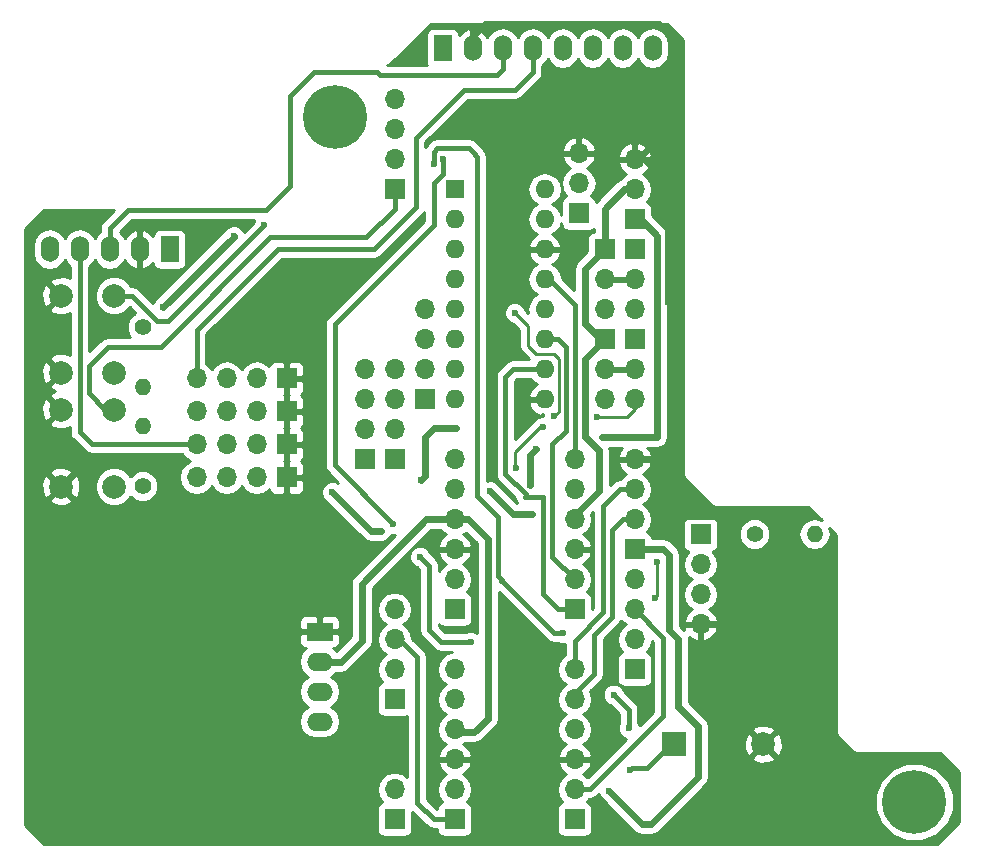
<source format=gbl>
G04 #@! TF.FileFunction,Copper,L2,Bot,Signal*
%FSLAX46Y46*%
G04 Gerber Fmt 4.6, Leading zero omitted, Abs format (unit mm)*
G04 Created by KiCad (PCBNEW 4.0.5) date 11/29/17 15:11:43*
%MOMM*%
%LPD*%
G01*
G04 APERTURE LIST*
%ADD10C,0.100000*%
%ADD11C,5.400000*%
%ADD12R,1.700000X1.700000*%
%ADD13O,1.700000X1.700000*%
%ADD14R,1.600000X1.600000*%
%ADD15O,1.600000X1.600000*%
%ADD16R,2.199640X1.524000*%
%ADD17O,2.199640X1.524000*%
%ADD18R,1.524000X2.199640*%
%ADD19O,1.524000X2.199640*%
%ADD20C,2.000000*%
%ADD21R,2.000000X2.000000*%
%ADD22C,1.400000*%
%ADD23O,1.400000X1.400000*%
%ADD24C,0.600000*%
%ADD25C,0.600000*%
%ADD26C,0.250000*%
%ADD27C,0.400000*%
%ADD28C,0.254000*%
G04 APERTURE END LIST*
D10*
D11*
X173540000Y-123000000D03*
D12*
X145135600Y-73152000D03*
D13*
X145135600Y-70612000D03*
X145135600Y-68072000D03*
D14*
X134620000Y-71120000D03*
D15*
X142240000Y-88900000D03*
X134620000Y-73660000D03*
X142240000Y-86360000D03*
X134620000Y-76200000D03*
X142240000Y-83820000D03*
X134620000Y-78740000D03*
X142240000Y-81280000D03*
X134620000Y-81280000D03*
X142240000Y-78740000D03*
X134620000Y-83820000D03*
X142240000Y-76200000D03*
X134620000Y-86360000D03*
X142240000Y-73660000D03*
X134620000Y-88900000D03*
X142240000Y-71120000D03*
D13*
X134620000Y-93980000D03*
X134620000Y-96520000D03*
X134620000Y-99060000D03*
X134620000Y-101600000D03*
X134620000Y-104140000D03*
D12*
X134620000Y-106680000D03*
X144780000Y-106680000D03*
D13*
X144780000Y-104140000D03*
X144780000Y-101600000D03*
X144780000Y-99060000D03*
X144780000Y-96520000D03*
X144780000Y-93980000D03*
X134620000Y-111760000D03*
X134620000Y-114300000D03*
X134620000Y-116840000D03*
X134620000Y-119380000D03*
X134620000Y-121920000D03*
D12*
X134620000Y-124460000D03*
X144780000Y-124460000D03*
D13*
X144780000Y-121920000D03*
X144780000Y-119380000D03*
X144780000Y-116840000D03*
X144780000Y-114300000D03*
X144780000Y-111760000D03*
D12*
X149860000Y-101600000D03*
D13*
X149860000Y-99060000D03*
X149860000Y-96520000D03*
X149860000Y-93980000D03*
D12*
X149860000Y-76200000D03*
D13*
X149860000Y-78740000D03*
X149860000Y-81280000D03*
D12*
X147320000Y-76200000D03*
D13*
X147320000Y-78740000D03*
X147320000Y-81280000D03*
D12*
X149860000Y-83820000D03*
D13*
X149860000Y-86360000D03*
X149860000Y-88900000D03*
D12*
X147320000Y-83820000D03*
D13*
X147320000Y-86360000D03*
X147320000Y-88900000D03*
D12*
X129540000Y-93980000D03*
D13*
X129540000Y-91440000D03*
X129540000Y-88900000D03*
X129540000Y-86360000D03*
D12*
X129540000Y-114300000D03*
D13*
X129540000Y-111760000D03*
X129540000Y-109220000D03*
X129540000Y-106680000D03*
D12*
X127000000Y-93980000D03*
D13*
X127000000Y-91440000D03*
X127000000Y-88900000D03*
X127000000Y-86360000D03*
D12*
X149860000Y-111760000D03*
D13*
X149860000Y-109220000D03*
X149860000Y-106680000D03*
X149860000Y-104140000D03*
D12*
X149860000Y-73660000D03*
D13*
X149860000Y-71120000D03*
X149860000Y-68580000D03*
D12*
X132080000Y-88900000D03*
D13*
X132080000Y-86360000D03*
X132080000Y-83820000D03*
X132080000Y-81280000D03*
D16*
X123190000Y-108585000D03*
D17*
X123190000Y-111125000D03*
X123190000Y-113665000D03*
X123190000Y-116205000D03*
D12*
X129540000Y-124460000D03*
D13*
X129540000Y-121920000D03*
D18*
X110490000Y-76200000D03*
D19*
X107950000Y-76200000D03*
X105410000Y-76200000D03*
X102870000Y-76200000D03*
X100330000Y-76200000D03*
D18*
X133604000Y-59182000D03*
D19*
X136144000Y-59182000D03*
X138684000Y-59182000D03*
X141224000Y-59182000D03*
X143764000Y-59182000D03*
X146304000Y-59182000D03*
X148844000Y-59182000D03*
X151384000Y-59182000D03*
D20*
X101291000Y-89789000D03*
X105791000Y-89789000D03*
X101291000Y-96289000D03*
X105791000Y-96289000D03*
X101291000Y-80137000D03*
X105791000Y-80137000D03*
X101291000Y-86637000D03*
X105791000Y-86637000D03*
D12*
X155448000Y-100330000D03*
D13*
X155448000Y-102870000D03*
X155448000Y-105410000D03*
X155448000Y-107950000D03*
D12*
X120396000Y-87122000D03*
D13*
X117856000Y-87122000D03*
X115316000Y-87122000D03*
X112776000Y-87122000D03*
D12*
X120396000Y-89916000D03*
D13*
X117856000Y-89916000D03*
X115316000Y-89916000D03*
X112776000Y-89916000D03*
D12*
X120396000Y-92710000D03*
D13*
X117856000Y-92710000D03*
X115316000Y-92710000D03*
X112776000Y-92710000D03*
D12*
X120396000Y-95504000D03*
D13*
X117856000Y-95504000D03*
X115316000Y-95504000D03*
X112776000Y-95504000D03*
D12*
X129540000Y-71125080D03*
D13*
X129540000Y-68585080D03*
X129540000Y-66045080D03*
X129540000Y-63505080D03*
D11*
X124540000Y-65000000D03*
D21*
X153162000Y-118110000D03*
D20*
X160762000Y-118110000D03*
D22*
X160020000Y-100330000D03*
D23*
X165100000Y-100330000D03*
D22*
X108204000Y-82804000D03*
D23*
X108204000Y-87884000D03*
D22*
X108204000Y-96266000D03*
D23*
X108204000Y-91186000D03*
D24*
X147828000Y-92075000D03*
X141478000Y-93091000D03*
X140970000Y-96139000D03*
X141152880Y-98602800D03*
X137632440Y-96702880D03*
X134762240Y-91328240D03*
X131749800Y-95707200D03*
X128397000Y-100015040D03*
X124282200Y-96774000D03*
X115925600Y-75102720D03*
X109956600Y-81092040D03*
X147701000Y-122047000D03*
X152665002Y-80645000D03*
X139730480Y-81584800D03*
X143052800Y-90357960D03*
X146639280Y-90388440D03*
X142082520Y-91257120D03*
X139811760Y-94716600D03*
X131699000Y-102235000D03*
X136017000Y-109474000D03*
X148082000Y-113919000D03*
X149352000Y-116713000D03*
X149479000Y-120269000D03*
X133604000Y-68580000D03*
X129413000Y-99441000D03*
X151749760Y-102656640D03*
X151627840Y-105704640D03*
X132842000Y-68961000D03*
X143764000Y-108712000D03*
X118491000Y-74168000D03*
D25*
X147066000Y-92075000D02*
X147828000Y-92075000D01*
X151765000Y-92075000D02*
X147066000Y-92075000D01*
X123190000Y-111125000D02*
X124968000Y-111125000D01*
X132207000Y-99060000D02*
X134620000Y-99060000D01*
X126746000Y-104521000D02*
X132207000Y-99060000D01*
X126746000Y-109347000D02*
X126746000Y-104521000D01*
X124968000Y-111125000D02*
X126746000Y-109347000D01*
X134620000Y-99060000D02*
X135763000Y-99060000D01*
X135763000Y-99060000D02*
X137414000Y-100711000D01*
X137414000Y-100711000D02*
X137414000Y-115951000D01*
X137414000Y-115951000D02*
X136271000Y-117094000D01*
X136271000Y-117094000D02*
X134874000Y-117094000D01*
X134874000Y-117094000D02*
X134620000Y-116840000D01*
X141478000Y-93091000D02*
X140970000Y-93599000D01*
X140970000Y-93599000D02*
X140970000Y-96139000D01*
X149860000Y-73660000D02*
X150368000Y-73660000D01*
X150368000Y-73660000D02*
X151765000Y-75057000D01*
X151765000Y-75057000D02*
X151765000Y-92075000D01*
X139532360Y-98602800D02*
X141152880Y-98602800D01*
X137632440Y-96702880D02*
X139532360Y-98602800D01*
X132857240Y-91328240D02*
X134762240Y-91328240D01*
X132095240Y-92090240D02*
X132857240Y-91328240D01*
X132095240Y-95361760D02*
X132095240Y-92090240D01*
X131749800Y-95707200D02*
X132095240Y-95361760D01*
X127523240Y-100015040D02*
X128397000Y-100015040D01*
X124282200Y-96774000D02*
X127523240Y-100015040D01*
X115925600Y-75123040D02*
X115925600Y-75102720D01*
X109956600Y-81092040D02*
X115925600Y-75123040D01*
X144780000Y-99060000D02*
X144780000Y-98679000D01*
X144780000Y-98679000D02*
X146812000Y-96647000D01*
X145669000Y-85471000D02*
X147320000Y-83820000D01*
X145669000Y-92075000D02*
X145669000Y-85471000D01*
X146812000Y-93218000D02*
X145669000Y-92075000D01*
X146812000Y-96647000D02*
X146812000Y-93218000D01*
X149860000Y-71120000D02*
X148971000Y-71120000D01*
X147320000Y-72771000D02*
X147320000Y-76200000D01*
X148971000Y-71120000D02*
X147320000Y-72771000D01*
X147320000Y-83820000D02*
X146977002Y-83820000D01*
X146977002Y-83820000D02*
X145669000Y-82511998D01*
X145669000Y-82511998D02*
X145669000Y-77851000D01*
X145669000Y-77851000D02*
X147320000Y-76200000D01*
X149860000Y-101600000D02*
X152273000Y-101600000D01*
X150495000Y-124841000D02*
X147701000Y-122047000D01*
X151257000Y-124841000D02*
X150495000Y-124841000D01*
X155194000Y-120904000D02*
X151257000Y-124841000D01*
X155194000Y-116586000D02*
X155194000Y-120904000D01*
X153543000Y-114935000D02*
X155194000Y-116586000D01*
X153543000Y-109220000D02*
X153543000Y-114935000D01*
X152781000Y-108458000D02*
X153543000Y-109220000D01*
X152781000Y-102108000D02*
X152781000Y-108458000D01*
X152273000Y-101600000D02*
X152781000Y-102108000D01*
X149860000Y-68580000D02*
X150114000Y-68580000D01*
X150114000Y-68580000D02*
X153416000Y-65278000D01*
X137160000Y-57150000D02*
X136144000Y-58166000D01*
X151892000Y-57150000D02*
X137160000Y-57150000D01*
X153416000Y-58674000D02*
X151892000Y-57150000D01*
X153416000Y-65278000D02*
X153416000Y-58674000D01*
X136144000Y-58166000D02*
X136144000Y-59182000D01*
X149860000Y-93980000D02*
X151765000Y-93980000D01*
X156845000Y-107950000D02*
X155448000Y-107950000D01*
X158432500Y-106362500D02*
X156845000Y-107950000D01*
X158432500Y-100076000D02*
X158432500Y-106362500D01*
X157099000Y-98742500D02*
X158432500Y-100076000D01*
X153225500Y-98742500D02*
X157099000Y-98742500D01*
X152844500Y-98361500D02*
X153225500Y-98742500D01*
X152844500Y-95059500D02*
X152844500Y-98361500D01*
X151765000Y-93980000D02*
X152844500Y-95059500D01*
X149860000Y-68580000D02*
X150622000Y-68580000D01*
X150622000Y-68580000D02*
X152665002Y-70623002D01*
X152665002Y-70623002D02*
X152665002Y-80645000D01*
D26*
X139730480Y-81584800D02*
X140848080Y-82702400D01*
X140848080Y-82702400D02*
X140848080Y-84383880D01*
X140848080Y-84383880D02*
X141513560Y-85049360D01*
X141513560Y-85049360D02*
X143045958Y-85049360D01*
X143045958Y-85049360D02*
X143474440Y-85477842D01*
X143474440Y-85477842D02*
X143474440Y-89936320D01*
X143474440Y-89936320D02*
X143052800Y-90357960D01*
X146639280Y-90388440D02*
X146654520Y-90403680D01*
X146654520Y-90403680D02*
X149214840Y-90403680D01*
X149214840Y-90403680D02*
X149860000Y-89758520D01*
X149860000Y-89758520D02*
X149860000Y-88900000D01*
X141853920Y-91257120D02*
X142082520Y-91257120D01*
X139766040Y-93345000D02*
X141853920Y-91257120D01*
X139766040Y-94670880D02*
X139766040Y-93345000D01*
X139811760Y-94716600D02*
X139766040Y-94670880D01*
D27*
X112776000Y-87122000D02*
X112776000Y-83058000D01*
X141224000Y-61214000D02*
X141224000Y-59182000D01*
X139700000Y-62738000D02*
X141224000Y-61214000D01*
X137668000Y-62738000D02*
X139700000Y-62738000D01*
X135382000Y-62738000D02*
X137668000Y-62738000D01*
X131318000Y-66802000D02*
X135382000Y-62738000D01*
X131318000Y-72644000D02*
X131318000Y-66802000D01*
X127762000Y-76200000D02*
X131318000Y-72644000D01*
X119634000Y-76200000D02*
X127762000Y-76200000D01*
X112776000Y-83058000D02*
X119634000Y-76200000D01*
X102870000Y-76200000D02*
X102870000Y-91694000D01*
X103886000Y-92710000D02*
X112776000Y-92710000D01*
X102870000Y-91694000D02*
X103886000Y-92710000D01*
X138684000Y-59182000D02*
X138684000Y-60960000D01*
X128270000Y-61468000D02*
X128016000Y-61214000D01*
X138176000Y-61468000D02*
X128270000Y-61468000D01*
X138684000Y-60960000D02*
X138176000Y-61468000D01*
X105410000Y-74422000D02*
X105410000Y-76200000D01*
X128016000Y-61214000D02*
X122682000Y-61214000D01*
X122682000Y-61214000D02*
X120650000Y-63246000D01*
X120650000Y-63246000D02*
X120650000Y-70866000D01*
X120650000Y-70866000D02*
X118618000Y-72898000D01*
X118618000Y-72898000D02*
X106934000Y-72898000D01*
X106934000Y-72898000D02*
X105410000Y-74422000D01*
X144780000Y-114300000D02*
X144780000Y-113792000D01*
X144780000Y-113792000D02*
X146431000Y-112141000D01*
X146431000Y-112141000D02*
X146431000Y-108839000D01*
X146431000Y-108839000D02*
X147955000Y-107315000D01*
X147955000Y-107315000D02*
X147955000Y-99949000D01*
X147955000Y-99949000D02*
X148844000Y-99060000D01*
X148844000Y-99060000D02*
X149860000Y-99060000D01*
X144780000Y-111760000D02*
X144780000Y-109347000D01*
X148590000Y-96520000D02*
X149860000Y-96520000D01*
X147193000Y-97917000D02*
X148590000Y-96520000D01*
X147193000Y-106934000D02*
X147193000Y-97917000D01*
X144780000Y-109347000D02*
X147193000Y-106934000D01*
X144780000Y-121920000D02*
X146050000Y-121920000D01*
X152273000Y-109093000D02*
X149860000Y-106680000D01*
X152273000Y-115697000D02*
X152273000Y-109093000D01*
X146050000Y-121920000D02*
X152273000Y-115697000D01*
X129540000Y-109220000D02*
X129921000Y-109220000D01*
X129921000Y-109220000D02*
X131445000Y-110744000D01*
X131445000Y-110744000D02*
X131445000Y-123063000D01*
X131445000Y-123063000D02*
X132842000Y-124460000D01*
X132842000Y-124460000D02*
X134620000Y-124460000D01*
X140649960Y-97155000D02*
X140649960Y-96951800D01*
X140589000Y-86360000D02*
X142240000Y-86360000D01*
X139593320Y-86360000D02*
X140589000Y-86360000D01*
X138928402Y-87024918D02*
X139593320Y-86360000D01*
X138928402Y-95230242D02*
X138928402Y-87024918D01*
X140649960Y-96951800D02*
X138928402Y-95230242D01*
X140589000Y-97155000D02*
X140649960Y-97155000D01*
X140649960Y-97155000D02*
X142113000Y-97155000D01*
X142113000Y-97155000D02*
X142113000Y-98044000D01*
X143383000Y-106680000D02*
X144780000Y-106680000D01*
X142113000Y-105410000D02*
X143383000Y-106680000D01*
X142113000Y-97155000D02*
X142113000Y-98044000D01*
X142113000Y-98044000D02*
X142113000Y-105410000D01*
X142240000Y-83820000D02*
X143383000Y-83820000D01*
X142875000Y-102235000D02*
X144780000Y-104140000D01*
X142875000Y-92710000D02*
X142875000Y-102235000D01*
X144018000Y-91567000D02*
X142875000Y-92710000D01*
X144018000Y-84455000D02*
X144018000Y-91567000D01*
X143383000Y-83820000D02*
X144018000Y-84455000D01*
X142240000Y-78740000D02*
X142621000Y-78740000D01*
X142621000Y-78740000D02*
X144780000Y-80899000D01*
X144780000Y-80899000D02*
X144780000Y-93980000D01*
X132842000Y-74168000D02*
X132842000Y-70612000D01*
X131699000Y-102235000D02*
X132461000Y-102997000D01*
X132461000Y-102997000D02*
X132461000Y-108458000D01*
X132461000Y-108458000D02*
X133477000Y-109474000D01*
X133477000Y-109474000D02*
X136017000Y-109474000D01*
X148082000Y-113919000D02*
X149352000Y-115189000D01*
X149352000Y-115189000D02*
X149352000Y-116713000D01*
X149479000Y-120269000D02*
X149606000Y-120142000D01*
X149606000Y-120142000D02*
X150876000Y-120142000D01*
X152781000Y-118237000D02*
X150876000Y-120142000D01*
X124460000Y-94488000D02*
X129413000Y-99441000D01*
X124460000Y-82550000D02*
X124460000Y-94488000D01*
X132842000Y-74168000D02*
X124460000Y-82550000D01*
X133604000Y-69850000D02*
X133604000Y-68580000D01*
X132842000Y-70612000D02*
X133604000Y-69850000D01*
D26*
X151749760Y-105582720D02*
X151749760Y-102656640D01*
X151627840Y-105704640D02*
X151749760Y-105582720D01*
D27*
X138328400Y-103898798D02*
X138328400Y-98907600D01*
X138607800Y-104178198D02*
X138328400Y-103898798D01*
X138607800Y-104317800D02*
X138607800Y-104178198D01*
X136372600Y-68188840D02*
X136372600Y-68153842D01*
X136550400Y-68366640D02*
X136372600Y-68188840D01*
X136550400Y-97129600D02*
X136550400Y-68366640D01*
X138328400Y-98907600D02*
X136550400Y-97129600D01*
X136372600Y-68153842D02*
X135874760Y-67656002D01*
X135874760Y-67656002D02*
X134712002Y-67656002D01*
X133130998Y-67656002D02*
X134712002Y-67656002D01*
X132842000Y-67945000D02*
X133130998Y-67656002D01*
X132842000Y-68961000D02*
X132842000Y-67945000D01*
X143002000Y-108712000D02*
X143764000Y-108712000D01*
X138557000Y-104267000D02*
X138607800Y-104317800D01*
X138607800Y-104317800D02*
X143002000Y-108712000D01*
X109728000Y-84455000D02*
X105283000Y-84455000D01*
X129540000Y-72771000D02*
X127127000Y-75184000D01*
X129540000Y-71120000D02*
X129540000Y-72771000D01*
X127127000Y-75184000D02*
X118999000Y-75184000D01*
X118999000Y-75184000D02*
X109728000Y-84455000D01*
X103632000Y-88392000D02*
X105029000Y-89789000D01*
X103632000Y-86106000D02*
X103632000Y-88392000D01*
X105283000Y-84455000D02*
X103632000Y-86106000D01*
X105029000Y-89789000D02*
X105791000Y-89789000D01*
X105791000Y-80137000D02*
X107315000Y-80137000D01*
X109453680Y-82275680D02*
X107315000Y-80137000D01*
X110383320Y-82275680D02*
X109453680Y-82275680D01*
X118491000Y-74168000D02*
X110383320Y-82275680D01*
D25*
X100330000Y-76200000D02*
X100330000Y-76962000D01*
D28*
G36*
X153976000Y-58460092D02*
X153976000Y-95250000D01*
X154030046Y-95521705D01*
X154183954Y-95752046D01*
X154691952Y-96260043D01*
X154691954Y-96260046D01*
X156215954Y-97784046D01*
X156446295Y-97937954D01*
X156718000Y-97992000D01*
X164551908Y-97992000D01*
X165695781Y-99135873D01*
X165637036Y-99096621D01*
X165126154Y-98995000D01*
X165073846Y-98995000D01*
X164562964Y-99096621D01*
X164129858Y-99386012D01*
X163840467Y-99819118D01*
X163738846Y-100330000D01*
X163840467Y-100840882D01*
X164129858Y-101273988D01*
X164562964Y-101563379D01*
X165073846Y-101665000D01*
X165126154Y-101665000D01*
X165637036Y-101563379D01*
X166070142Y-101273988D01*
X166359533Y-100840882D01*
X166461154Y-100330000D01*
X166359533Y-99819118D01*
X166320281Y-99760373D01*
X166930000Y-100370092D01*
X166930000Y-117094000D01*
X166984046Y-117365705D01*
X167137954Y-117596046D01*
X168153954Y-118612046D01*
X168384295Y-118765954D01*
X168656000Y-118820000D01*
X175727908Y-118820000D01*
X177344000Y-120436092D01*
X177344000Y-124673908D01*
X175473908Y-126544000D01*
X99862092Y-126544000D01*
X98246000Y-124927908D01*
X98246000Y-107696691D01*
X121455180Y-107696691D01*
X121455180Y-108299250D01*
X121613930Y-108458000D01*
X123063000Y-108458000D01*
X123063000Y-107346750D01*
X123317000Y-107346750D01*
X123317000Y-108458000D01*
X124766070Y-108458000D01*
X124924820Y-108299250D01*
X124924820Y-107696691D01*
X124828147Y-107463302D01*
X124649519Y-107284673D01*
X124416130Y-107188000D01*
X123475750Y-107188000D01*
X123317000Y-107346750D01*
X123063000Y-107346750D01*
X122904250Y-107188000D01*
X121963870Y-107188000D01*
X121730481Y-107284673D01*
X121551853Y-107463302D01*
X121455180Y-107696691D01*
X98246000Y-107696691D01*
X98246000Y-97441532D01*
X100318073Y-97441532D01*
X100416736Y-97708387D01*
X101026461Y-97934908D01*
X101676460Y-97910856D01*
X102165264Y-97708387D01*
X102263927Y-97441532D01*
X101291000Y-96468605D01*
X100318073Y-97441532D01*
X98246000Y-97441532D01*
X98246000Y-96024461D01*
X99645092Y-96024461D01*
X99669144Y-96674460D01*
X99871613Y-97163264D01*
X100138468Y-97261927D01*
X101111395Y-96289000D01*
X101470605Y-96289000D01*
X102443532Y-97261927D01*
X102710387Y-97163264D01*
X102914893Y-96612795D01*
X104155716Y-96612795D01*
X104404106Y-97213943D01*
X104863637Y-97674278D01*
X105464352Y-97923716D01*
X106114795Y-97924284D01*
X106715943Y-97675894D01*
X107176278Y-97216363D01*
X107202746Y-97152622D01*
X107446796Y-97397098D01*
X107937287Y-97600768D01*
X108468383Y-97601231D01*
X108959229Y-97398418D01*
X109335098Y-97023204D01*
X109538768Y-96532713D01*
X109539231Y-96001617D01*
X109336418Y-95510771D01*
X108961204Y-95134902D01*
X108470713Y-94931232D01*
X107939617Y-94930769D01*
X107448771Y-95133582D01*
X107189575Y-95392327D01*
X107177894Y-95364057D01*
X106718363Y-94903722D01*
X106117648Y-94654284D01*
X105467205Y-94653716D01*
X104866057Y-94902106D01*
X104405722Y-95361637D01*
X104156284Y-95962352D01*
X104155716Y-96612795D01*
X102914893Y-96612795D01*
X102936908Y-96553539D01*
X102912856Y-95903540D01*
X102710387Y-95414736D01*
X102443532Y-95316073D01*
X101470605Y-96289000D01*
X101111395Y-96289000D01*
X100138468Y-95316073D01*
X99871613Y-95414736D01*
X99645092Y-96024461D01*
X98246000Y-96024461D01*
X98246000Y-95136468D01*
X100318073Y-95136468D01*
X101291000Y-96109395D01*
X102263927Y-95136468D01*
X102165264Y-94869613D01*
X101555539Y-94643092D01*
X100905540Y-94667144D01*
X100416736Y-94869613D01*
X100318073Y-95136468D01*
X98246000Y-95136468D01*
X98246000Y-89524461D01*
X99645092Y-89524461D01*
X99669144Y-90174460D01*
X99871613Y-90663264D01*
X100138468Y-90761927D01*
X101111395Y-89789000D01*
X100138468Y-88816073D01*
X99871613Y-88914736D01*
X99645092Y-89524461D01*
X98246000Y-89524461D01*
X98246000Y-86372461D01*
X99645092Y-86372461D01*
X99669144Y-87022460D01*
X99871613Y-87511264D01*
X100138468Y-87609927D01*
X101111395Y-86637000D01*
X100138468Y-85664073D01*
X99871613Y-85762736D01*
X99645092Y-86372461D01*
X98246000Y-86372461D01*
X98246000Y-79872461D01*
X99645092Y-79872461D01*
X99669144Y-80522460D01*
X99871613Y-81011264D01*
X100138468Y-81109927D01*
X101111395Y-80137000D01*
X100138468Y-79164073D01*
X99871613Y-79262736D01*
X99645092Y-79872461D01*
X98246000Y-79872461D01*
X98246000Y-74462092D01*
X99862092Y-72846000D01*
X105805132Y-72846000D01*
X104819566Y-73831566D01*
X104638561Y-74102459D01*
X104575000Y-74422000D01*
X104575000Y-74738248D01*
X104422172Y-74840365D01*
X104140000Y-75262664D01*
X103857828Y-74840365D01*
X103404609Y-74537533D01*
X102870000Y-74431193D01*
X102335391Y-74537533D01*
X101882172Y-74840365D01*
X101600000Y-75262664D01*
X101317828Y-74840365D01*
X100864609Y-74537533D01*
X100330000Y-74431193D01*
X99795391Y-74537533D01*
X99342172Y-74840365D01*
X99039340Y-75293584D01*
X98933000Y-75828193D01*
X98933000Y-76571807D01*
X99039340Y-77106416D01*
X99342172Y-77559635D01*
X99795391Y-77862467D01*
X100330000Y-77968807D01*
X100864609Y-77862467D01*
X101317828Y-77559635D01*
X101600000Y-77137336D01*
X101882172Y-77559635D01*
X102035000Y-77661752D01*
X102035000Y-78669218D01*
X101555539Y-78491092D01*
X100905540Y-78515144D01*
X100416736Y-78717613D01*
X100318073Y-78984468D01*
X101291000Y-79957395D01*
X101305143Y-79943253D01*
X101484748Y-80122858D01*
X101470605Y-80137000D01*
X101484748Y-80151143D01*
X101305143Y-80330748D01*
X101291000Y-80316605D01*
X100318073Y-81289532D01*
X100416736Y-81556387D01*
X101026461Y-81782908D01*
X101676460Y-81758856D01*
X102035000Y-81610344D01*
X102035000Y-85169218D01*
X101555539Y-84991092D01*
X100905540Y-85015144D01*
X100416736Y-85217613D01*
X100318073Y-85484468D01*
X101291000Y-86457395D01*
X101305143Y-86443253D01*
X101484748Y-86622858D01*
X101470605Y-86637000D01*
X101484748Y-86651143D01*
X101305143Y-86830748D01*
X101291000Y-86816605D01*
X100318073Y-87789532D01*
X100416736Y-88056387D01*
X100815381Y-88204489D01*
X100416736Y-88369613D01*
X100318073Y-88636468D01*
X101291000Y-89609395D01*
X101305143Y-89595253D01*
X101484748Y-89774858D01*
X101470605Y-89789000D01*
X101484748Y-89803143D01*
X101305143Y-89982748D01*
X101291000Y-89968605D01*
X100318073Y-90941532D01*
X100416736Y-91208387D01*
X101026461Y-91434908D01*
X101676460Y-91410856D01*
X102035000Y-91262344D01*
X102035000Y-91694000D01*
X102098561Y-92013541D01*
X102263351Y-92260167D01*
X102279566Y-92284434D01*
X103295566Y-93300434D01*
X103566459Y-93481439D01*
X103886000Y-93545000D01*
X111562813Y-93545000D01*
X111725946Y-93789147D01*
X112201648Y-94107000D01*
X111725946Y-94424853D01*
X111404039Y-94906622D01*
X111291000Y-95474907D01*
X111291000Y-95533093D01*
X111404039Y-96101378D01*
X111725946Y-96583147D01*
X112207715Y-96905054D01*
X112776000Y-97018093D01*
X113344285Y-96905054D01*
X113826054Y-96583147D01*
X114046000Y-96253974D01*
X114265946Y-96583147D01*
X114747715Y-96905054D01*
X115316000Y-97018093D01*
X115884285Y-96905054D01*
X116366054Y-96583147D01*
X116586000Y-96253974D01*
X116805946Y-96583147D01*
X117287715Y-96905054D01*
X117856000Y-97018093D01*
X118424285Y-96905054D01*
X118906054Y-96583147D01*
X118935403Y-96539223D01*
X119007673Y-96713698D01*
X119186301Y-96892327D01*
X119419690Y-96989000D01*
X120110250Y-96989000D01*
X120269000Y-96830250D01*
X120269000Y-95631000D01*
X120523000Y-95631000D01*
X120523000Y-96830250D01*
X120681750Y-96989000D01*
X121372310Y-96989000D01*
X121605699Y-96892327D01*
X121784327Y-96713698D01*
X121881000Y-96480309D01*
X121881000Y-95789750D01*
X121722250Y-95631000D01*
X120523000Y-95631000D01*
X120269000Y-95631000D01*
X120249000Y-95631000D01*
X120249000Y-95377000D01*
X120269000Y-95377000D01*
X120269000Y-94177750D01*
X120198250Y-94107000D01*
X120269000Y-94036250D01*
X120269000Y-92837000D01*
X120523000Y-92837000D01*
X120523000Y-94036250D01*
X120593750Y-94107000D01*
X120523000Y-94177750D01*
X120523000Y-95377000D01*
X121722250Y-95377000D01*
X121881000Y-95218250D01*
X121881000Y-94527691D01*
X121784327Y-94294302D01*
X121605699Y-94115673D01*
X121584761Y-94107000D01*
X121605699Y-94098327D01*
X121784327Y-93919698D01*
X121881000Y-93686309D01*
X121881000Y-92995750D01*
X121722250Y-92837000D01*
X120523000Y-92837000D01*
X120269000Y-92837000D01*
X120249000Y-92837000D01*
X120249000Y-92583000D01*
X120269000Y-92583000D01*
X120269000Y-91383750D01*
X120198250Y-91313000D01*
X120269000Y-91242250D01*
X120269000Y-90043000D01*
X120523000Y-90043000D01*
X120523000Y-91242250D01*
X120593750Y-91313000D01*
X120523000Y-91383750D01*
X120523000Y-92583000D01*
X121722250Y-92583000D01*
X121881000Y-92424250D01*
X121881000Y-91733691D01*
X121784327Y-91500302D01*
X121605699Y-91321673D01*
X121584761Y-91313000D01*
X121605699Y-91304327D01*
X121784327Y-91125698D01*
X121881000Y-90892309D01*
X121881000Y-90201750D01*
X121722250Y-90043000D01*
X120523000Y-90043000D01*
X120269000Y-90043000D01*
X120249000Y-90043000D01*
X120249000Y-89789000D01*
X120269000Y-89789000D01*
X120269000Y-88589750D01*
X120198250Y-88519000D01*
X120269000Y-88448250D01*
X120269000Y-87249000D01*
X120523000Y-87249000D01*
X120523000Y-88448250D01*
X120593750Y-88519000D01*
X120523000Y-88589750D01*
X120523000Y-89789000D01*
X121722250Y-89789000D01*
X121881000Y-89630250D01*
X121881000Y-88939691D01*
X121784327Y-88706302D01*
X121605699Y-88527673D01*
X121584761Y-88519000D01*
X121605699Y-88510327D01*
X121784327Y-88331698D01*
X121881000Y-88098309D01*
X121881000Y-87407750D01*
X121722250Y-87249000D01*
X120523000Y-87249000D01*
X120269000Y-87249000D01*
X120249000Y-87249000D01*
X120249000Y-86995000D01*
X120269000Y-86995000D01*
X120269000Y-85795750D01*
X120523000Y-85795750D01*
X120523000Y-86995000D01*
X121722250Y-86995000D01*
X121881000Y-86836250D01*
X121881000Y-86145691D01*
X121784327Y-85912302D01*
X121605699Y-85733673D01*
X121372310Y-85637000D01*
X120681750Y-85637000D01*
X120523000Y-85795750D01*
X120269000Y-85795750D01*
X120110250Y-85637000D01*
X119419690Y-85637000D01*
X119186301Y-85733673D01*
X119007673Y-85912302D01*
X118935403Y-86086777D01*
X118906054Y-86042853D01*
X118424285Y-85720946D01*
X117856000Y-85607907D01*
X117287715Y-85720946D01*
X116805946Y-86042853D01*
X116586000Y-86372026D01*
X116366054Y-86042853D01*
X115884285Y-85720946D01*
X115316000Y-85607907D01*
X114747715Y-85720946D01*
X114265946Y-86042853D01*
X114046000Y-86372026D01*
X113826054Y-86042853D01*
X113611000Y-85899159D01*
X113611000Y-83403868D01*
X119979868Y-77035000D01*
X127762000Y-77035000D01*
X128081541Y-76971439D01*
X128352434Y-76790434D01*
X131908434Y-73234434D01*
X132004581Y-73090540D01*
X132007000Y-73086920D01*
X132007000Y-73822132D01*
X123869566Y-81959566D01*
X123688561Y-82230459D01*
X123625000Y-82550000D01*
X123625000Y-94488000D01*
X123688561Y-94807541D01*
X123869566Y-95078434D01*
X124744829Y-95953697D01*
X124468999Y-95839162D01*
X124097033Y-95838838D01*
X123753257Y-95980883D01*
X123490008Y-96243673D01*
X123347362Y-96587201D01*
X123347038Y-96959167D01*
X123489083Y-97302943D01*
X123751873Y-97566192D01*
X123752265Y-97566355D01*
X126862095Y-100676185D01*
X127165431Y-100878867D01*
X127523240Y-100950040D01*
X128396184Y-100950040D01*
X128582167Y-100950202D01*
X128925943Y-100808157D01*
X129189192Y-100545367D01*
X129259575Y-100375867D01*
X129568574Y-100376136D01*
X126084855Y-103859855D01*
X125882173Y-104163191D01*
X125811000Y-104521000D01*
X125811000Y-108959710D01*
X124583242Y-110187468D01*
X124549635Y-110137172D01*
X124317404Y-109982000D01*
X124416130Y-109982000D01*
X124649519Y-109885327D01*
X124828147Y-109706698D01*
X124924820Y-109473309D01*
X124924820Y-108870750D01*
X124766070Y-108712000D01*
X123317000Y-108712000D01*
X123317000Y-108732000D01*
X123063000Y-108732000D01*
X123063000Y-108712000D01*
X121613930Y-108712000D01*
X121455180Y-108870750D01*
X121455180Y-109473309D01*
X121551853Y-109706698D01*
X121730481Y-109885327D01*
X121963870Y-109982000D01*
X122062596Y-109982000D01*
X121830365Y-110137172D01*
X121527533Y-110590391D01*
X121421193Y-111125000D01*
X121527533Y-111659609D01*
X121830365Y-112112828D01*
X122252664Y-112395000D01*
X121830365Y-112677172D01*
X121527533Y-113130391D01*
X121421193Y-113665000D01*
X121527533Y-114199609D01*
X121830365Y-114652828D01*
X122252664Y-114935000D01*
X121830365Y-115217172D01*
X121527533Y-115670391D01*
X121421193Y-116205000D01*
X121527533Y-116739609D01*
X121830365Y-117192828D01*
X122283584Y-117495660D01*
X122818193Y-117602000D01*
X123561807Y-117602000D01*
X124096416Y-117495660D01*
X124549635Y-117192828D01*
X124852467Y-116739609D01*
X124958807Y-116205000D01*
X124852467Y-115670391D01*
X124549635Y-115217172D01*
X124127336Y-114935000D01*
X124549635Y-114652828D01*
X124852467Y-114199609D01*
X124958807Y-113665000D01*
X124852467Y-113130391D01*
X124549635Y-112677172D01*
X124127336Y-112395000D01*
X124549635Y-112112828D01*
X124584934Y-112060000D01*
X124968000Y-112060000D01*
X125325809Y-111988827D01*
X125629145Y-111786145D01*
X127407145Y-110008145D01*
X127609827Y-109704809D01*
X127681000Y-109347000D01*
X127681000Y-106680000D01*
X128025907Y-106680000D01*
X128138946Y-107248285D01*
X128460853Y-107730054D01*
X128790026Y-107950000D01*
X128460853Y-108169946D01*
X128138946Y-108651715D01*
X128025907Y-109220000D01*
X128138946Y-109788285D01*
X128460853Y-110270054D01*
X128790026Y-110490000D01*
X128460853Y-110709946D01*
X128138946Y-111191715D01*
X128025907Y-111760000D01*
X128138946Y-112328285D01*
X128460853Y-112810054D01*
X128502452Y-112837850D01*
X128454683Y-112846838D01*
X128238559Y-112985910D01*
X128093569Y-113198110D01*
X128042560Y-113450000D01*
X128042560Y-115150000D01*
X128086838Y-115385317D01*
X128225910Y-115601441D01*
X128438110Y-115746431D01*
X128690000Y-115797440D01*
X130390000Y-115797440D01*
X130610000Y-115756044D01*
X130610000Y-120863834D01*
X130137378Y-120548039D01*
X129569093Y-120435000D01*
X129510907Y-120435000D01*
X128942622Y-120548039D01*
X128460853Y-120869946D01*
X128138946Y-121351715D01*
X128025907Y-121920000D01*
X128138946Y-122488285D01*
X128460853Y-122970054D01*
X128502452Y-122997850D01*
X128454683Y-123006838D01*
X128238559Y-123145910D01*
X128093569Y-123358110D01*
X128042560Y-123610000D01*
X128042560Y-125310000D01*
X128086838Y-125545317D01*
X128225910Y-125761441D01*
X128438110Y-125906431D01*
X128690000Y-125957440D01*
X130390000Y-125957440D01*
X130625317Y-125913162D01*
X130841441Y-125774090D01*
X130986431Y-125561890D01*
X131037440Y-125310000D01*
X131037440Y-123836308D01*
X132251566Y-125050434D01*
X132522459Y-125231439D01*
X132842000Y-125295000D01*
X133122560Y-125295000D01*
X133122560Y-125310000D01*
X133166838Y-125545317D01*
X133305910Y-125761441D01*
X133518110Y-125906431D01*
X133770000Y-125957440D01*
X135470000Y-125957440D01*
X135705317Y-125913162D01*
X135921441Y-125774090D01*
X136066431Y-125561890D01*
X136117440Y-125310000D01*
X136117440Y-123610000D01*
X136073162Y-123374683D01*
X135934090Y-123158559D01*
X135721890Y-123013569D01*
X135654459Y-122999914D01*
X135699147Y-122970054D01*
X136021054Y-122488285D01*
X136134093Y-121920000D01*
X136021054Y-121351715D01*
X135699147Y-120869946D01*
X135358447Y-120642298D01*
X135501358Y-120575183D01*
X135891645Y-120146924D01*
X136061476Y-119736890D01*
X135940155Y-119507000D01*
X134747000Y-119507000D01*
X134747000Y-119527000D01*
X134493000Y-119527000D01*
X134493000Y-119507000D01*
X133299845Y-119507000D01*
X133178524Y-119736890D01*
X133348355Y-120146924D01*
X133738642Y-120575183D01*
X133881553Y-120642298D01*
X133540853Y-120869946D01*
X133218946Y-121351715D01*
X133105907Y-121920000D01*
X133218946Y-122488285D01*
X133540853Y-122970054D01*
X133582452Y-122997850D01*
X133534683Y-123006838D01*
X133318559Y-123145910D01*
X133173569Y-123358110D01*
X133131032Y-123568164D01*
X132280000Y-122717132D01*
X132280000Y-110744000D01*
X132216439Y-110424459D01*
X132035434Y-110153566D01*
X131042230Y-109160362D01*
X130941054Y-108651715D01*
X130619147Y-108169946D01*
X130289974Y-107950000D01*
X130619147Y-107730054D01*
X130941054Y-107248285D01*
X131054093Y-106680000D01*
X130941054Y-106111715D01*
X130619147Y-105629946D01*
X130137378Y-105308039D01*
X129569093Y-105195000D01*
X129510907Y-105195000D01*
X128942622Y-105308039D01*
X128460853Y-105629946D01*
X128138946Y-106111715D01*
X128025907Y-106680000D01*
X127681000Y-106680000D01*
X127681000Y-104908290D01*
X132594290Y-99995000D01*
X133463977Y-99995000D01*
X133540853Y-100110054D01*
X133881553Y-100337702D01*
X133738642Y-100404817D01*
X133348355Y-100833076D01*
X133178524Y-101243110D01*
X133299845Y-101473000D01*
X134493000Y-101473000D01*
X134493000Y-101453000D01*
X134747000Y-101453000D01*
X134747000Y-101473000D01*
X135940155Y-101473000D01*
X136061476Y-101243110D01*
X135891645Y-100833076D01*
X135501358Y-100404817D01*
X135358447Y-100337702D01*
X135574230Y-100193520D01*
X136479000Y-101098290D01*
X136479000Y-108653436D01*
X136203799Y-108539162D01*
X135831833Y-108538838D01*
X135589422Y-108639000D01*
X133822868Y-108639000D01*
X133296000Y-108112132D01*
X133296000Y-107966040D01*
X133305910Y-107981441D01*
X133518110Y-108126431D01*
X133770000Y-108177440D01*
X135470000Y-108177440D01*
X135705317Y-108133162D01*
X135921441Y-107994090D01*
X136066431Y-107781890D01*
X136117440Y-107530000D01*
X136117440Y-105830000D01*
X136073162Y-105594683D01*
X135934090Y-105378559D01*
X135721890Y-105233569D01*
X135654459Y-105219914D01*
X135699147Y-105190054D01*
X136021054Y-104708285D01*
X136134093Y-104140000D01*
X136021054Y-103571715D01*
X135699147Y-103089946D01*
X135358447Y-102862298D01*
X135501358Y-102795183D01*
X135891645Y-102366924D01*
X136061476Y-101956890D01*
X135940155Y-101727000D01*
X134747000Y-101727000D01*
X134747000Y-101747000D01*
X134493000Y-101747000D01*
X134493000Y-101727000D01*
X133299845Y-101727000D01*
X133178524Y-101956890D01*
X133348355Y-102366924D01*
X133738642Y-102795183D01*
X133881553Y-102862298D01*
X133540853Y-103089946D01*
X133296000Y-103456395D01*
X133296000Y-102997000D01*
X133265130Y-102841807D01*
X133232440Y-102677460D01*
X133051434Y-102406566D01*
X132591535Y-101946667D01*
X132492117Y-101706057D01*
X132229327Y-101442808D01*
X131885799Y-101300162D01*
X131513833Y-101299838D01*
X131170057Y-101441883D01*
X130906808Y-101704673D01*
X130764162Y-102048201D01*
X130763838Y-102420167D01*
X130905883Y-102763943D01*
X131168673Y-103027192D01*
X131410910Y-103127778D01*
X131626000Y-103342868D01*
X131626000Y-108458000D01*
X131689561Y-108777541D01*
X131771693Y-108900460D01*
X131870566Y-109048434D01*
X132886566Y-110064434D01*
X133157459Y-110245439D01*
X133477000Y-110309000D01*
X134419978Y-110309000D01*
X134022622Y-110388039D01*
X133540853Y-110709946D01*
X133218946Y-111191715D01*
X133105907Y-111760000D01*
X133218946Y-112328285D01*
X133540853Y-112810054D01*
X133870026Y-113030000D01*
X133540853Y-113249946D01*
X133218946Y-113731715D01*
X133105907Y-114300000D01*
X133218946Y-114868285D01*
X133540853Y-115350054D01*
X133870026Y-115570000D01*
X133540853Y-115789946D01*
X133218946Y-116271715D01*
X133105907Y-116840000D01*
X133218946Y-117408285D01*
X133540853Y-117890054D01*
X133881553Y-118117702D01*
X133738642Y-118184817D01*
X133348355Y-118613076D01*
X133178524Y-119023110D01*
X133299845Y-119253000D01*
X134493000Y-119253000D01*
X134493000Y-119233000D01*
X134747000Y-119233000D01*
X134747000Y-119253000D01*
X135940155Y-119253000D01*
X136061476Y-119023110D01*
X135891645Y-118613076D01*
X135501358Y-118184817D01*
X135358447Y-118117702D01*
X135491199Y-118029000D01*
X136271000Y-118029000D01*
X136628809Y-117957827D01*
X136932145Y-117755145D01*
X138075145Y-116612145D01*
X138277827Y-116308809D01*
X138349000Y-115951000D01*
X138349000Y-105239868D01*
X142411566Y-109302434D01*
X142682459Y-109483439D01*
X143002000Y-109547000D01*
X143336766Y-109547000D01*
X143577201Y-109646838D01*
X143945000Y-109647158D01*
X143945000Y-110546813D01*
X143700853Y-110709946D01*
X143378946Y-111191715D01*
X143265907Y-111760000D01*
X143378946Y-112328285D01*
X143700853Y-112810054D01*
X144030026Y-113030000D01*
X143700853Y-113249946D01*
X143378946Y-113731715D01*
X143265907Y-114300000D01*
X143378946Y-114868285D01*
X143700853Y-115350054D01*
X144030026Y-115570000D01*
X143700853Y-115789946D01*
X143378946Y-116271715D01*
X143265907Y-116840000D01*
X143378946Y-117408285D01*
X143700853Y-117890054D01*
X144041553Y-118117702D01*
X143898642Y-118184817D01*
X143508355Y-118613076D01*
X143338524Y-119023110D01*
X143459845Y-119253000D01*
X144653000Y-119253000D01*
X144653000Y-119233000D01*
X144907000Y-119233000D01*
X144907000Y-119253000D01*
X146100155Y-119253000D01*
X146221476Y-119023110D01*
X146051645Y-118613076D01*
X145661358Y-118184817D01*
X145518447Y-118117702D01*
X145859147Y-117890054D01*
X146181054Y-117408285D01*
X146294093Y-116840000D01*
X146181054Y-116271715D01*
X145859147Y-115789946D01*
X145529974Y-115570000D01*
X145859147Y-115350054D01*
X146181054Y-114868285D01*
X146294093Y-114300000D01*
X146181054Y-113731715D01*
X146117007Y-113635861D01*
X147021434Y-112731434D01*
X147202440Y-112460540D01*
X147266000Y-112141000D01*
X147266000Y-109184868D01*
X148545434Y-107905434D01*
X148583784Y-107848039D01*
X148721736Y-107641579D01*
X148780853Y-107730054D01*
X149110026Y-107950000D01*
X148780853Y-108169946D01*
X148458946Y-108651715D01*
X148345907Y-109220000D01*
X148458946Y-109788285D01*
X148780853Y-110270054D01*
X148822452Y-110297850D01*
X148774683Y-110306838D01*
X148558559Y-110445910D01*
X148413569Y-110658110D01*
X148362560Y-110910000D01*
X148362560Y-112610000D01*
X148406838Y-112845317D01*
X148545910Y-113061441D01*
X148758110Y-113206431D01*
X149010000Y-113257440D01*
X150710000Y-113257440D01*
X150945317Y-113213162D01*
X151161441Y-113074090D01*
X151306431Y-112861890D01*
X151357440Y-112610000D01*
X151357440Y-110910000D01*
X151313162Y-110674683D01*
X151174090Y-110458559D01*
X150961890Y-110313569D01*
X150894459Y-110299914D01*
X150939147Y-110270054D01*
X151261054Y-109788285D01*
X151348383Y-109349251D01*
X151438000Y-109438868D01*
X151438000Y-115351132D01*
X150279600Y-116509532D01*
X150187000Y-116285422D01*
X150187000Y-115189000D01*
X150123439Y-114869459D01*
X149942434Y-114598566D01*
X148974535Y-113630667D01*
X148875117Y-113390057D01*
X148612327Y-113126808D01*
X148268799Y-112984162D01*
X147896833Y-112983838D01*
X147553057Y-113125883D01*
X147289808Y-113388673D01*
X147147162Y-113732201D01*
X147146838Y-114104167D01*
X147288883Y-114447943D01*
X147551673Y-114711192D01*
X147793910Y-114811778D01*
X148517000Y-115534868D01*
X148517000Y-116285766D01*
X148417162Y-116526201D01*
X148416838Y-116898167D01*
X148558883Y-117241943D01*
X148821673Y-117505192D01*
X149148308Y-117640824D01*
X145883195Y-120905937D01*
X145859147Y-120869946D01*
X145518447Y-120642298D01*
X145661358Y-120575183D01*
X146051645Y-120146924D01*
X146221476Y-119736890D01*
X146100155Y-119507000D01*
X144907000Y-119507000D01*
X144907000Y-119527000D01*
X144653000Y-119527000D01*
X144653000Y-119507000D01*
X143459845Y-119507000D01*
X143338524Y-119736890D01*
X143508355Y-120146924D01*
X143898642Y-120575183D01*
X144041553Y-120642298D01*
X143700853Y-120869946D01*
X143378946Y-121351715D01*
X143265907Y-121920000D01*
X143378946Y-122488285D01*
X143700853Y-122970054D01*
X143742452Y-122997850D01*
X143694683Y-123006838D01*
X143478559Y-123145910D01*
X143333569Y-123358110D01*
X143282560Y-123610000D01*
X143282560Y-125310000D01*
X143326838Y-125545317D01*
X143465910Y-125761441D01*
X143678110Y-125906431D01*
X143930000Y-125957440D01*
X145630000Y-125957440D01*
X145865317Y-125913162D01*
X146081441Y-125774090D01*
X146226431Y-125561890D01*
X146277440Y-125310000D01*
X146277440Y-123610000D01*
X146233162Y-123374683D01*
X146094090Y-123158559D01*
X145881890Y-123013569D01*
X145814459Y-122999914D01*
X145859147Y-122970054D01*
X146002841Y-122755000D01*
X146050000Y-122755000D01*
X146369541Y-122691439D01*
X146640434Y-122510434D01*
X146810532Y-122340336D01*
X146907883Y-122575943D01*
X147170673Y-122839192D01*
X147171065Y-122839355D01*
X149833855Y-125502145D01*
X150137191Y-125704827D01*
X150495000Y-125776000D01*
X151257000Y-125776000D01*
X151614809Y-125704827D01*
X151918145Y-125502145D01*
X153759828Y-123660462D01*
X170204422Y-123660462D01*
X170711076Y-124886658D01*
X171648407Y-125825627D01*
X172873717Y-126334420D01*
X174200462Y-126335578D01*
X175426658Y-125828924D01*
X176365627Y-124891593D01*
X176874420Y-123666283D01*
X176875578Y-122339538D01*
X176368924Y-121113342D01*
X175431593Y-120174373D01*
X174206283Y-119665580D01*
X172879538Y-119664422D01*
X171653342Y-120171076D01*
X170714373Y-121108407D01*
X170205580Y-122333717D01*
X170204422Y-123660462D01*
X153759828Y-123660462D01*
X155855145Y-121565145D01*
X156057827Y-121261809D01*
X156129000Y-120904000D01*
X156129000Y-119262532D01*
X159789073Y-119262532D01*
X159887736Y-119529387D01*
X160497461Y-119755908D01*
X161147460Y-119731856D01*
X161636264Y-119529387D01*
X161734927Y-119262532D01*
X160762000Y-118289605D01*
X159789073Y-119262532D01*
X156129000Y-119262532D01*
X156129000Y-117845461D01*
X159116092Y-117845461D01*
X159140144Y-118495460D01*
X159342613Y-118984264D01*
X159609468Y-119082927D01*
X160582395Y-118110000D01*
X160941605Y-118110000D01*
X161914532Y-119082927D01*
X162181387Y-118984264D01*
X162407908Y-118374539D01*
X162383856Y-117724540D01*
X162181387Y-117235736D01*
X161914532Y-117137073D01*
X160941605Y-118110000D01*
X160582395Y-118110000D01*
X159609468Y-117137073D01*
X159342613Y-117235736D01*
X159116092Y-117845461D01*
X156129000Y-117845461D01*
X156129000Y-116957468D01*
X159789073Y-116957468D01*
X160762000Y-117930395D01*
X161734927Y-116957468D01*
X161636264Y-116690613D01*
X161026539Y-116464092D01*
X160376540Y-116488144D01*
X159887736Y-116690613D01*
X159789073Y-116957468D01*
X156129000Y-116957468D01*
X156129000Y-116586005D01*
X156129001Y-116586000D01*
X156069611Y-116287434D01*
X156057827Y-116228191D01*
X155855145Y-115924855D01*
X154478000Y-114547710D01*
X154478000Y-109220000D01*
X154434213Y-108999870D01*
X154566642Y-109145183D01*
X155091108Y-109391486D01*
X155321000Y-109270819D01*
X155321000Y-108077000D01*
X155575000Y-108077000D01*
X155575000Y-109270819D01*
X155804892Y-109391486D01*
X156329358Y-109145183D01*
X156719645Y-108716924D01*
X156889476Y-108306890D01*
X156768155Y-108077000D01*
X155575000Y-108077000D01*
X155321000Y-108077000D01*
X154127845Y-108077000D01*
X154006524Y-108306890D01*
X154044947Y-108399657D01*
X153716000Y-108070710D01*
X153716000Y-102870000D01*
X153933907Y-102870000D01*
X154046946Y-103438285D01*
X154368853Y-103920054D01*
X154698026Y-104140000D01*
X154368853Y-104359946D01*
X154046946Y-104841715D01*
X153933907Y-105410000D01*
X154046946Y-105978285D01*
X154368853Y-106460054D01*
X154709553Y-106687702D01*
X154566642Y-106754817D01*
X154176355Y-107183076D01*
X154006524Y-107593110D01*
X154127845Y-107823000D01*
X155321000Y-107823000D01*
X155321000Y-107803000D01*
X155575000Y-107803000D01*
X155575000Y-107823000D01*
X156768155Y-107823000D01*
X156889476Y-107593110D01*
X156719645Y-107183076D01*
X156329358Y-106754817D01*
X156186447Y-106687702D01*
X156527147Y-106460054D01*
X156849054Y-105978285D01*
X156962093Y-105410000D01*
X156849054Y-104841715D01*
X156527147Y-104359946D01*
X156197974Y-104140000D01*
X156527147Y-103920054D01*
X156849054Y-103438285D01*
X156962093Y-102870000D01*
X156849054Y-102301715D01*
X156527147Y-101819946D01*
X156485548Y-101792150D01*
X156533317Y-101783162D01*
X156749441Y-101644090D01*
X156894431Y-101431890D01*
X156945440Y-101180000D01*
X156945440Y-100594383D01*
X158684769Y-100594383D01*
X158887582Y-101085229D01*
X159262796Y-101461098D01*
X159753287Y-101664768D01*
X160284383Y-101665231D01*
X160775229Y-101462418D01*
X161151098Y-101087204D01*
X161354768Y-100596713D01*
X161355231Y-100065617D01*
X161152418Y-99574771D01*
X160777204Y-99198902D01*
X160286713Y-98995232D01*
X159755617Y-98994769D01*
X159264771Y-99197582D01*
X158888902Y-99572796D01*
X158685232Y-100063287D01*
X158684769Y-100594383D01*
X156945440Y-100594383D01*
X156945440Y-99480000D01*
X156901162Y-99244683D01*
X156762090Y-99028559D01*
X156549890Y-98883569D01*
X156298000Y-98832560D01*
X154598000Y-98832560D01*
X154362683Y-98876838D01*
X154146559Y-99015910D01*
X154001569Y-99228110D01*
X153950560Y-99480000D01*
X153950560Y-101180000D01*
X153994838Y-101415317D01*
X154133910Y-101631441D01*
X154346110Y-101776431D01*
X154413541Y-101790086D01*
X154368853Y-101819946D01*
X154046946Y-102301715D01*
X153933907Y-102870000D01*
X153716000Y-102870000D01*
X153716000Y-102108000D01*
X153644827Y-101750191D01*
X153442145Y-101446855D01*
X153442142Y-101446853D01*
X152934145Y-100938855D01*
X152630809Y-100736173D01*
X152273000Y-100665000D01*
X151341446Y-100665000D01*
X151313162Y-100514683D01*
X151174090Y-100298559D01*
X150961890Y-100153569D01*
X150894459Y-100139914D01*
X150939147Y-100110054D01*
X151261054Y-99628285D01*
X151374093Y-99060000D01*
X151261054Y-98491715D01*
X150939147Y-98009946D01*
X150609974Y-97790000D01*
X150939147Y-97570054D01*
X151261054Y-97088285D01*
X151374093Y-96520000D01*
X151261054Y-95951715D01*
X150939147Y-95469946D01*
X150598447Y-95242298D01*
X150741358Y-95175183D01*
X151131645Y-94746924D01*
X151301476Y-94336890D01*
X151180155Y-94107000D01*
X149987000Y-94107000D01*
X149987000Y-94127000D01*
X149733000Y-94127000D01*
X149733000Y-94107000D01*
X148539845Y-94107000D01*
X148418524Y-94336890D01*
X148588355Y-94746924D01*
X148978642Y-95175183D01*
X149121553Y-95242298D01*
X148780853Y-95469946D01*
X148637159Y-95685000D01*
X148590000Y-95685000D01*
X148270459Y-95748561D01*
X148055238Y-95892367D01*
X147999566Y-95929566D01*
X147747000Y-96182132D01*
X147747000Y-93218000D01*
X147705626Y-93010000D01*
X147827184Y-93010000D01*
X148013167Y-93010162D01*
X148013559Y-93010000D01*
X148773425Y-93010000D01*
X148588355Y-93213076D01*
X148418524Y-93623110D01*
X148539845Y-93853000D01*
X149733000Y-93853000D01*
X149733000Y-93833000D01*
X149987000Y-93833000D01*
X149987000Y-93853000D01*
X151180155Y-93853000D01*
X151301476Y-93623110D01*
X151131645Y-93213076D01*
X150946575Y-93010000D01*
X151765000Y-93010000D01*
X152122809Y-92938827D01*
X152426145Y-92736145D01*
X152628827Y-92432809D01*
X152700000Y-92075000D01*
X152700000Y-75057000D01*
X152628827Y-74699191D01*
X152426145Y-74395855D01*
X151357440Y-73327150D01*
X151357440Y-72810000D01*
X151313162Y-72574683D01*
X151174090Y-72358559D01*
X150961890Y-72213569D01*
X150894459Y-72199914D01*
X150939147Y-72170054D01*
X151261054Y-71688285D01*
X151374093Y-71120000D01*
X151261054Y-70551715D01*
X150939147Y-70069946D01*
X150598447Y-69842298D01*
X150741358Y-69775183D01*
X151131645Y-69346924D01*
X151301476Y-68936890D01*
X151180155Y-68707000D01*
X149987000Y-68707000D01*
X149987000Y-68727000D01*
X149733000Y-68727000D01*
X149733000Y-68707000D01*
X148539845Y-68707000D01*
X148418524Y-68936890D01*
X148588355Y-69346924D01*
X148978642Y-69775183D01*
X149121553Y-69842298D01*
X148780853Y-70069946D01*
X148663047Y-70246256D01*
X148613191Y-70256173D01*
X148337424Y-70440434D01*
X148309855Y-70458855D01*
X146658855Y-72109855D01*
X146610502Y-72182221D01*
X146588762Y-72066683D01*
X146449690Y-71850559D01*
X146237490Y-71705569D01*
X146170059Y-71691914D01*
X146214747Y-71662054D01*
X146536654Y-71180285D01*
X146649693Y-70612000D01*
X146536654Y-70043715D01*
X146214747Y-69561946D01*
X145874047Y-69334298D01*
X146016958Y-69267183D01*
X146407245Y-68838924D01*
X146577076Y-68428890D01*
X146468479Y-68223110D01*
X148418524Y-68223110D01*
X148539845Y-68453000D01*
X149733000Y-68453000D01*
X149733000Y-67259181D01*
X149987000Y-67259181D01*
X149987000Y-68453000D01*
X151180155Y-68453000D01*
X151301476Y-68223110D01*
X151131645Y-67813076D01*
X150741358Y-67384817D01*
X150216892Y-67138514D01*
X149987000Y-67259181D01*
X149733000Y-67259181D01*
X149503108Y-67138514D01*
X148978642Y-67384817D01*
X148588355Y-67813076D01*
X148418524Y-68223110D01*
X146468479Y-68223110D01*
X146455755Y-68199000D01*
X145262600Y-68199000D01*
X145262600Y-68219000D01*
X145008600Y-68219000D01*
X145008600Y-68199000D01*
X143815445Y-68199000D01*
X143694124Y-68428890D01*
X143863955Y-68838924D01*
X144254242Y-69267183D01*
X144397153Y-69334298D01*
X144056453Y-69561946D01*
X143734546Y-70043715D01*
X143621507Y-70612000D01*
X143734546Y-71180285D01*
X144056453Y-71662054D01*
X144098052Y-71689850D01*
X144050283Y-71698838D01*
X143834159Y-71837910D01*
X143689169Y-72050110D01*
X143638160Y-72302000D01*
X143638160Y-73333459D01*
X143593880Y-73110849D01*
X143282811Y-72645302D01*
X142900725Y-72390000D01*
X143282811Y-72134698D01*
X143593880Y-71669151D01*
X143703113Y-71120000D01*
X143593880Y-70570849D01*
X143282811Y-70105302D01*
X142817264Y-69794233D01*
X142268113Y-69685000D01*
X142211887Y-69685000D01*
X141662736Y-69794233D01*
X141197189Y-70105302D01*
X140886120Y-70570849D01*
X140776887Y-71120000D01*
X140886120Y-71669151D01*
X141197189Y-72134698D01*
X141579275Y-72390000D01*
X141197189Y-72645302D01*
X140886120Y-73110849D01*
X140776887Y-73660000D01*
X140886120Y-74209151D01*
X141197189Y-74674698D01*
X141601703Y-74944986D01*
X141384866Y-75047611D01*
X141008959Y-75462577D01*
X140848096Y-75850961D01*
X140970085Y-76073000D01*
X142113000Y-76073000D01*
X142113000Y-76053000D01*
X142367000Y-76053000D01*
X142367000Y-76073000D01*
X143509915Y-76073000D01*
X143631904Y-75850961D01*
X143471041Y-75462577D01*
X143095134Y-75047611D01*
X142878297Y-74944986D01*
X143282811Y-74674698D01*
X143593880Y-74209151D01*
X143638160Y-73986541D01*
X143638160Y-74002000D01*
X143682438Y-74237317D01*
X143821510Y-74453441D01*
X144033710Y-74598431D01*
X144285600Y-74649440D01*
X145985600Y-74649440D01*
X146220917Y-74605162D01*
X146385000Y-74499577D01*
X146385000Y-74718554D01*
X146234683Y-74746838D01*
X146018559Y-74885910D01*
X145873569Y-75098110D01*
X145822560Y-75350000D01*
X145822560Y-76375150D01*
X145007855Y-77189855D01*
X144805173Y-77493191D01*
X144734000Y-77851000D01*
X144734000Y-79672132D01*
X143678592Y-78616724D01*
X143593880Y-78190849D01*
X143282811Y-77725302D01*
X142878297Y-77455014D01*
X143095134Y-77352389D01*
X143471041Y-76937423D01*
X143631904Y-76549039D01*
X143509915Y-76327000D01*
X142367000Y-76327000D01*
X142367000Y-76347000D01*
X142113000Y-76347000D01*
X142113000Y-76327000D01*
X140970085Y-76327000D01*
X140848096Y-76549039D01*
X141008959Y-76937423D01*
X141384866Y-77352389D01*
X141601703Y-77455014D01*
X141197189Y-77725302D01*
X140886120Y-78190849D01*
X140776887Y-78740000D01*
X140886120Y-79289151D01*
X141197189Y-79754698D01*
X141579275Y-80010000D01*
X141197189Y-80265302D01*
X140886120Y-80730849D01*
X140776887Y-81280000D01*
X140845519Y-81625037D01*
X140665602Y-81445120D01*
X140665642Y-81399633D01*
X140523597Y-81055857D01*
X140260807Y-80792608D01*
X139917279Y-80649962D01*
X139545313Y-80649638D01*
X139201537Y-80791683D01*
X138938288Y-81054473D01*
X138795642Y-81398001D01*
X138795318Y-81769967D01*
X138937363Y-82113743D01*
X139200153Y-82376992D01*
X139543681Y-82519638D01*
X139590557Y-82519679D01*
X140088080Y-83017202D01*
X140088080Y-84383880D01*
X140145932Y-84674719D01*
X140310679Y-84921281D01*
X140914398Y-85525000D01*
X139593320Y-85525000D01*
X139273779Y-85588561D01*
X139002886Y-85769566D01*
X138337968Y-86434484D01*
X138156963Y-86705377D01*
X138093402Y-87024918D01*
X138093402Y-95230242D01*
X138156963Y-95549783D01*
X138284259Y-95740295D01*
X138337968Y-95820676D01*
X139774288Y-97256996D01*
X139817561Y-97474541D01*
X139946693Y-97667800D01*
X139919650Y-97667800D01*
X138293876Y-96042026D01*
X138162767Y-95910688D01*
X137819239Y-95768042D01*
X137447273Y-95767718D01*
X137385400Y-95793283D01*
X137385400Y-68366640D01*
X137321839Y-68047099D01*
X137140834Y-67776206D01*
X137079738Y-67715110D01*
X143694124Y-67715110D01*
X143815445Y-67945000D01*
X145008600Y-67945000D01*
X145008600Y-66751181D01*
X145262600Y-66751181D01*
X145262600Y-67945000D01*
X146455755Y-67945000D01*
X146577076Y-67715110D01*
X146407245Y-67305076D01*
X146016958Y-66876817D01*
X145492492Y-66630514D01*
X145262600Y-66751181D01*
X145008600Y-66751181D01*
X144778708Y-66630514D01*
X144254242Y-66876817D01*
X143863955Y-67305076D01*
X143694124Y-67715110D01*
X137079738Y-67715110D01*
X137033509Y-67668881D01*
X136963034Y-67563408D01*
X136465194Y-67065568D01*
X136194301Y-66884563D01*
X135874760Y-66821002D01*
X133130998Y-66821002D01*
X132811457Y-66884563D01*
X132540564Y-67065568D01*
X132251566Y-67354566D01*
X132153000Y-67502080D01*
X132153000Y-67147868D01*
X135727868Y-63573000D01*
X139700000Y-63573000D01*
X140019541Y-63509439D01*
X140290434Y-63328434D01*
X141814434Y-61804434D01*
X141907987Y-61664422D01*
X141995439Y-61533541D01*
X142059000Y-61214000D01*
X142059000Y-60643752D01*
X142211828Y-60541635D01*
X142494000Y-60119336D01*
X142776172Y-60541635D01*
X143229391Y-60844467D01*
X143764000Y-60950807D01*
X144298609Y-60844467D01*
X144751828Y-60541635D01*
X145034000Y-60119336D01*
X145316172Y-60541635D01*
X145769391Y-60844467D01*
X146304000Y-60950807D01*
X146838609Y-60844467D01*
X147291828Y-60541635D01*
X147574000Y-60119336D01*
X147856172Y-60541635D01*
X148309391Y-60844467D01*
X148844000Y-60950807D01*
X149378609Y-60844467D01*
X149831828Y-60541635D01*
X150114000Y-60119336D01*
X150396172Y-60541635D01*
X150849391Y-60844467D01*
X151384000Y-60950807D01*
X151918609Y-60844467D01*
X152371828Y-60541635D01*
X152674660Y-60088416D01*
X152781000Y-59553807D01*
X152781000Y-58810193D01*
X152674660Y-58275584D01*
X152371828Y-57822365D01*
X151918609Y-57519533D01*
X151384000Y-57413193D01*
X150849391Y-57519533D01*
X150396172Y-57822365D01*
X150114000Y-58244664D01*
X149831828Y-57822365D01*
X149378609Y-57519533D01*
X148844000Y-57413193D01*
X148309391Y-57519533D01*
X147856172Y-57822365D01*
X147574000Y-58244664D01*
X147291828Y-57822365D01*
X146838609Y-57519533D01*
X146304000Y-57413193D01*
X145769391Y-57519533D01*
X145316172Y-57822365D01*
X145034000Y-58244664D01*
X144751828Y-57822365D01*
X144298609Y-57519533D01*
X143764000Y-57413193D01*
X143229391Y-57519533D01*
X142776172Y-57822365D01*
X142494000Y-58244664D01*
X142211828Y-57822365D01*
X141758609Y-57519533D01*
X141224000Y-57413193D01*
X140689391Y-57519533D01*
X140236172Y-57822365D01*
X139954000Y-58244664D01*
X139671828Y-57822365D01*
X139218609Y-57519533D01*
X138684000Y-57413193D01*
X138149391Y-57519533D01*
X137696172Y-57822365D01*
X137405353Y-58257606D01*
X137386059Y-58192239D01*
X137042026Y-57766550D01*
X136561277Y-57504920D01*
X136487070Y-57489960D01*
X136271000Y-57612460D01*
X136271000Y-59055000D01*
X136291000Y-59055000D01*
X136291000Y-59309000D01*
X136271000Y-59309000D01*
X136271000Y-59329000D01*
X136017000Y-59329000D01*
X136017000Y-59309000D01*
X135997000Y-59309000D01*
X135997000Y-59055000D01*
X136017000Y-59055000D01*
X136017000Y-57612460D01*
X135800930Y-57489960D01*
X135726723Y-57504920D01*
X135245974Y-57766550D01*
X135009181Y-58059546D01*
X134969162Y-57846863D01*
X134830090Y-57630739D01*
X134617890Y-57485749D01*
X134366000Y-57434740D01*
X132842000Y-57434740D01*
X132606683Y-57479018D01*
X132390559Y-57618090D01*
X132245569Y-57830290D01*
X132194560Y-58082180D01*
X132194560Y-60281820D01*
X132238838Y-60517137D01*
X132313394Y-60633000D01*
X128883573Y-60633000D01*
X129049705Y-60599954D01*
X129280046Y-60446046D01*
X132628092Y-57098000D01*
X152613908Y-57098000D01*
X153976000Y-58460092D01*
X153976000Y-58460092D01*
G37*
X153976000Y-58460092D02*
X153976000Y-95250000D01*
X154030046Y-95521705D01*
X154183954Y-95752046D01*
X154691952Y-96260043D01*
X154691954Y-96260046D01*
X156215954Y-97784046D01*
X156446295Y-97937954D01*
X156718000Y-97992000D01*
X164551908Y-97992000D01*
X165695781Y-99135873D01*
X165637036Y-99096621D01*
X165126154Y-98995000D01*
X165073846Y-98995000D01*
X164562964Y-99096621D01*
X164129858Y-99386012D01*
X163840467Y-99819118D01*
X163738846Y-100330000D01*
X163840467Y-100840882D01*
X164129858Y-101273988D01*
X164562964Y-101563379D01*
X165073846Y-101665000D01*
X165126154Y-101665000D01*
X165637036Y-101563379D01*
X166070142Y-101273988D01*
X166359533Y-100840882D01*
X166461154Y-100330000D01*
X166359533Y-99819118D01*
X166320281Y-99760373D01*
X166930000Y-100370092D01*
X166930000Y-117094000D01*
X166984046Y-117365705D01*
X167137954Y-117596046D01*
X168153954Y-118612046D01*
X168384295Y-118765954D01*
X168656000Y-118820000D01*
X175727908Y-118820000D01*
X177344000Y-120436092D01*
X177344000Y-124673908D01*
X175473908Y-126544000D01*
X99862092Y-126544000D01*
X98246000Y-124927908D01*
X98246000Y-107696691D01*
X121455180Y-107696691D01*
X121455180Y-108299250D01*
X121613930Y-108458000D01*
X123063000Y-108458000D01*
X123063000Y-107346750D01*
X123317000Y-107346750D01*
X123317000Y-108458000D01*
X124766070Y-108458000D01*
X124924820Y-108299250D01*
X124924820Y-107696691D01*
X124828147Y-107463302D01*
X124649519Y-107284673D01*
X124416130Y-107188000D01*
X123475750Y-107188000D01*
X123317000Y-107346750D01*
X123063000Y-107346750D01*
X122904250Y-107188000D01*
X121963870Y-107188000D01*
X121730481Y-107284673D01*
X121551853Y-107463302D01*
X121455180Y-107696691D01*
X98246000Y-107696691D01*
X98246000Y-97441532D01*
X100318073Y-97441532D01*
X100416736Y-97708387D01*
X101026461Y-97934908D01*
X101676460Y-97910856D01*
X102165264Y-97708387D01*
X102263927Y-97441532D01*
X101291000Y-96468605D01*
X100318073Y-97441532D01*
X98246000Y-97441532D01*
X98246000Y-96024461D01*
X99645092Y-96024461D01*
X99669144Y-96674460D01*
X99871613Y-97163264D01*
X100138468Y-97261927D01*
X101111395Y-96289000D01*
X101470605Y-96289000D01*
X102443532Y-97261927D01*
X102710387Y-97163264D01*
X102914893Y-96612795D01*
X104155716Y-96612795D01*
X104404106Y-97213943D01*
X104863637Y-97674278D01*
X105464352Y-97923716D01*
X106114795Y-97924284D01*
X106715943Y-97675894D01*
X107176278Y-97216363D01*
X107202746Y-97152622D01*
X107446796Y-97397098D01*
X107937287Y-97600768D01*
X108468383Y-97601231D01*
X108959229Y-97398418D01*
X109335098Y-97023204D01*
X109538768Y-96532713D01*
X109539231Y-96001617D01*
X109336418Y-95510771D01*
X108961204Y-95134902D01*
X108470713Y-94931232D01*
X107939617Y-94930769D01*
X107448771Y-95133582D01*
X107189575Y-95392327D01*
X107177894Y-95364057D01*
X106718363Y-94903722D01*
X106117648Y-94654284D01*
X105467205Y-94653716D01*
X104866057Y-94902106D01*
X104405722Y-95361637D01*
X104156284Y-95962352D01*
X104155716Y-96612795D01*
X102914893Y-96612795D01*
X102936908Y-96553539D01*
X102912856Y-95903540D01*
X102710387Y-95414736D01*
X102443532Y-95316073D01*
X101470605Y-96289000D01*
X101111395Y-96289000D01*
X100138468Y-95316073D01*
X99871613Y-95414736D01*
X99645092Y-96024461D01*
X98246000Y-96024461D01*
X98246000Y-95136468D01*
X100318073Y-95136468D01*
X101291000Y-96109395D01*
X102263927Y-95136468D01*
X102165264Y-94869613D01*
X101555539Y-94643092D01*
X100905540Y-94667144D01*
X100416736Y-94869613D01*
X100318073Y-95136468D01*
X98246000Y-95136468D01*
X98246000Y-89524461D01*
X99645092Y-89524461D01*
X99669144Y-90174460D01*
X99871613Y-90663264D01*
X100138468Y-90761927D01*
X101111395Y-89789000D01*
X100138468Y-88816073D01*
X99871613Y-88914736D01*
X99645092Y-89524461D01*
X98246000Y-89524461D01*
X98246000Y-86372461D01*
X99645092Y-86372461D01*
X99669144Y-87022460D01*
X99871613Y-87511264D01*
X100138468Y-87609927D01*
X101111395Y-86637000D01*
X100138468Y-85664073D01*
X99871613Y-85762736D01*
X99645092Y-86372461D01*
X98246000Y-86372461D01*
X98246000Y-79872461D01*
X99645092Y-79872461D01*
X99669144Y-80522460D01*
X99871613Y-81011264D01*
X100138468Y-81109927D01*
X101111395Y-80137000D01*
X100138468Y-79164073D01*
X99871613Y-79262736D01*
X99645092Y-79872461D01*
X98246000Y-79872461D01*
X98246000Y-74462092D01*
X99862092Y-72846000D01*
X105805132Y-72846000D01*
X104819566Y-73831566D01*
X104638561Y-74102459D01*
X104575000Y-74422000D01*
X104575000Y-74738248D01*
X104422172Y-74840365D01*
X104140000Y-75262664D01*
X103857828Y-74840365D01*
X103404609Y-74537533D01*
X102870000Y-74431193D01*
X102335391Y-74537533D01*
X101882172Y-74840365D01*
X101600000Y-75262664D01*
X101317828Y-74840365D01*
X100864609Y-74537533D01*
X100330000Y-74431193D01*
X99795391Y-74537533D01*
X99342172Y-74840365D01*
X99039340Y-75293584D01*
X98933000Y-75828193D01*
X98933000Y-76571807D01*
X99039340Y-77106416D01*
X99342172Y-77559635D01*
X99795391Y-77862467D01*
X100330000Y-77968807D01*
X100864609Y-77862467D01*
X101317828Y-77559635D01*
X101600000Y-77137336D01*
X101882172Y-77559635D01*
X102035000Y-77661752D01*
X102035000Y-78669218D01*
X101555539Y-78491092D01*
X100905540Y-78515144D01*
X100416736Y-78717613D01*
X100318073Y-78984468D01*
X101291000Y-79957395D01*
X101305143Y-79943253D01*
X101484748Y-80122858D01*
X101470605Y-80137000D01*
X101484748Y-80151143D01*
X101305143Y-80330748D01*
X101291000Y-80316605D01*
X100318073Y-81289532D01*
X100416736Y-81556387D01*
X101026461Y-81782908D01*
X101676460Y-81758856D01*
X102035000Y-81610344D01*
X102035000Y-85169218D01*
X101555539Y-84991092D01*
X100905540Y-85015144D01*
X100416736Y-85217613D01*
X100318073Y-85484468D01*
X101291000Y-86457395D01*
X101305143Y-86443253D01*
X101484748Y-86622858D01*
X101470605Y-86637000D01*
X101484748Y-86651143D01*
X101305143Y-86830748D01*
X101291000Y-86816605D01*
X100318073Y-87789532D01*
X100416736Y-88056387D01*
X100815381Y-88204489D01*
X100416736Y-88369613D01*
X100318073Y-88636468D01*
X101291000Y-89609395D01*
X101305143Y-89595253D01*
X101484748Y-89774858D01*
X101470605Y-89789000D01*
X101484748Y-89803143D01*
X101305143Y-89982748D01*
X101291000Y-89968605D01*
X100318073Y-90941532D01*
X100416736Y-91208387D01*
X101026461Y-91434908D01*
X101676460Y-91410856D01*
X102035000Y-91262344D01*
X102035000Y-91694000D01*
X102098561Y-92013541D01*
X102263351Y-92260167D01*
X102279566Y-92284434D01*
X103295566Y-93300434D01*
X103566459Y-93481439D01*
X103886000Y-93545000D01*
X111562813Y-93545000D01*
X111725946Y-93789147D01*
X112201648Y-94107000D01*
X111725946Y-94424853D01*
X111404039Y-94906622D01*
X111291000Y-95474907D01*
X111291000Y-95533093D01*
X111404039Y-96101378D01*
X111725946Y-96583147D01*
X112207715Y-96905054D01*
X112776000Y-97018093D01*
X113344285Y-96905054D01*
X113826054Y-96583147D01*
X114046000Y-96253974D01*
X114265946Y-96583147D01*
X114747715Y-96905054D01*
X115316000Y-97018093D01*
X115884285Y-96905054D01*
X116366054Y-96583147D01*
X116586000Y-96253974D01*
X116805946Y-96583147D01*
X117287715Y-96905054D01*
X117856000Y-97018093D01*
X118424285Y-96905054D01*
X118906054Y-96583147D01*
X118935403Y-96539223D01*
X119007673Y-96713698D01*
X119186301Y-96892327D01*
X119419690Y-96989000D01*
X120110250Y-96989000D01*
X120269000Y-96830250D01*
X120269000Y-95631000D01*
X120523000Y-95631000D01*
X120523000Y-96830250D01*
X120681750Y-96989000D01*
X121372310Y-96989000D01*
X121605699Y-96892327D01*
X121784327Y-96713698D01*
X121881000Y-96480309D01*
X121881000Y-95789750D01*
X121722250Y-95631000D01*
X120523000Y-95631000D01*
X120269000Y-95631000D01*
X120249000Y-95631000D01*
X120249000Y-95377000D01*
X120269000Y-95377000D01*
X120269000Y-94177750D01*
X120198250Y-94107000D01*
X120269000Y-94036250D01*
X120269000Y-92837000D01*
X120523000Y-92837000D01*
X120523000Y-94036250D01*
X120593750Y-94107000D01*
X120523000Y-94177750D01*
X120523000Y-95377000D01*
X121722250Y-95377000D01*
X121881000Y-95218250D01*
X121881000Y-94527691D01*
X121784327Y-94294302D01*
X121605699Y-94115673D01*
X121584761Y-94107000D01*
X121605699Y-94098327D01*
X121784327Y-93919698D01*
X121881000Y-93686309D01*
X121881000Y-92995750D01*
X121722250Y-92837000D01*
X120523000Y-92837000D01*
X120269000Y-92837000D01*
X120249000Y-92837000D01*
X120249000Y-92583000D01*
X120269000Y-92583000D01*
X120269000Y-91383750D01*
X120198250Y-91313000D01*
X120269000Y-91242250D01*
X120269000Y-90043000D01*
X120523000Y-90043000D01*
X120523000Y-91242250D01*
X120593750Y-91313000D01*
X120523000Y-91383750D01*
X120523000Y-92583000D01*
X121722250Y-92583000D01*
X121881000Y-92424250D01*
X121881000Y-91733691D01*
X121784327Y-91500302D01*
X121605699Y-91321673D01*
X121584761Y-91313000D01*
X121605699Y-91304327D01*
X121784327Y-91125698D01*
X121881000Y-90892309D01*
X121881000Y-90201750D01*
X121722250Y-90043000D01*
X120523000Y-90043000D01*
X120269000Y-90043000D01*
X120249000Y-90043000D01*
X120249000Y-89789000D01*
X120269000Y-89789000D01*
X120269000Y-88589750D01*
X120198250Y-88519000D01*
X120269000Y-88448250D01*
X120269000Y-87249000D01*
X120523000Y-87249000D01*
X120523000Y-88448250D01*
X120593750Y-88519000D01*
X120523000Y-88589750D01*
X120523000Y-89789000D01*
X121722250Y-89789000D01*
X121881000Y-89630250D01*
X121881000Y-88939691D01*
X121784327Y-88706302D01*
X121605699Y-88527673D01*
X121584761Y-88519000D01*
X121605699Y-88510327D01*
X121784327Y-88331698D01*
X121881000Y-88098309D01*
X121881000Y-87407750D01*
X121722250Y-87249000D01*
X120523000Y-87249000D01*
X120269000Y-87249000D01*
X120249000Y-87249000D01*
X120249000Y-86995000D01*
X120269000Y-86995000D01*
X120269000Y-85795750D01*
X120523000Y-85795750D01*
X120523000Y-86995000D01*
X121722250Y-86995000D01*
X121881000Y-86836250D01*
X121881000Y-86145691D01*
X121784327Y-85912302D01*
X121605699Y-85733673D01*
X121372310Y-85637000D01*
X120681750Y-85637000D01*
X120523000Y-85795750D01*
X120269000Y-85795750D01*
X120110250Y-85637000D01*
X119419690Y-85637000D01*
X119186301Y-85733673D01*
X119007673Y-85912302D01*
X118935403Y-86086777D01*
X118906054Y-86042853D01*
X118424285Y-85720946D01*
X117856000Y-85607907D01*
X117287715Y-85720946D01*
X116805946Y-86042853D01*
X116586000Y-86372026D01*
X116366054Y-86042853D01*
X115884285Y-85720946D01*
X115316000Y-85607907D01*
X114747715Y-85720946D01*
X114265946Y-86042853D01*
X114046000Y-86372026D01*
X113826054Y-86042853D01*
X113611000Y-85899159D01*
X113611000Y-83403868D01*
X119979868Y-77035000D01*
X127762000Y-77035000D01*
X128081541Y-76971439D01*
X128352434Y-76790434D01*
X131908434Y-73234434D01*
X132004581Y-73090540D01*
X132007000Y-73086920D01*
X132007000Y-73822132D01*
X123869566Y-81959566D01*
X123688561Y-82230459D01*
X123625000Y-82550000D01*
X123625000Y-94488000D01*
X123688561Y-94807541D01*
X123869566Y-95078434D01*
X124744829Y-95953697D01*
X124468999Y-95839162D01*
X124097033Y-95838838D01*
X123753257Y-95980883D01*
X123490008Y-96243673D01*
X123347362Y-96587201D01*
X123347038Y-96959167D01*
X123489083Y-97302943D01*
X123751873Y-97566192D01*
X123752265Y-97566355D01*
X126862095Y-100676185D01*
X127165431Y-100878867D01*
X127523240Y-100950040D01*
X128396184Y-100950040D01*
X128582167Y-100950202D01*
X128925943Y-100808157D01*
X129189192Y-100545367D01*
X129259575Y-100375867D01*
X129568574Y-100376136D01*
X126084855Y-103859855D01*
X125882173Y-104163191D01*
X125811000Y-104521000D01*
X125811000Y-108959710D01*
X124583242Y-110187468D01*
X124549635Y-110137172D01*
X124317404Y-109982000D01*
X124416130Y-109982000D01*
X124649519Y-109885327D01*
X124828147Y-109706698D01*
X124924820Y-109473309D01*
X124924820Y-108870750D01*
X124766070Y-108712000D01*
X123317000Y-108712000D01*
X123317000Y-108732000D01*
X123063000Y-108732000D01*
X123063000Y-108712000D01*
X121613930Y-108712000D01*
X121455180Y-108870750D01*
X121455180Y-109473309D01*
X121551853Y-109706698D01*
X121730481Y-109885327D01*
X121963870Y-109982000D01*
X122062596Y-109982000D01*
X121830365Y-110137172D01*
X121527533Y-110590391D01*
X121421193Y-111125000D01*
X121527533Y-111659609D01*
X121830365Y-112112828D01*
X122252664Y-112395000D01*
X121830365Y-112677172D01*
X121527533Y-113130391D01*
X121421193Y-113665000D01*
X121527533Y-114199609D01*
X121830365Y-114652828D01*
X122252664Y-114935000D01*
X121830365Y-115217172D01*
X121527533Y-115670391D01*
X121421193Y-116205000D01*
X121527533Y-116739609D01*
X121830365Y-117192828D01*
X122283584Y-117495660D01*
X122818193Y-117602000D01*
X123561807Y-117602000D01*
X124096416Y-117495660D01*
X124549635Y-117192828D01*
X124852467Y-116739609D01*
X124958807Y-116205000D01*
X124852467Y-115670391D01*
X124549635Y-115217172D01*
X124127336Y-114935000D01*
X124549635Y-114652828D01*
X124852467Y-114199609D01*
X124958807Y-113665000D01*
X124852467Y-113130391D01*
X124549635Y-112677172D01*
X124127336Y-112395000D01*
X124549635Y-112112828D01*
X124584934Y-112060000D01*
X124968000Y-112060000D01*
X125325809Y-111988827D01*
X125629145Y-111786145D01*
X127407145Y-110008145D01*
X127609827Y-109704809D01*
X127681000Y-109347000D01*
X127681000Y-106680000D01*
X128025907Y-106680000D01*
X128138946Y-107248285D01*
X128460853Y-107730054D01*
X128790026Y-107950000D01*
X128460853Y-108169946D01*
X128138946Y-108651715D01*
X128025907Y-109220000D01*
X128138946Y-109788285D01*
X128460853Y-110270054D01*
X128790026Y-110490000D01*
X128460853Y-110709946D01*
X128138946Y-111191715D01*
X128025907Y-111760000D01*
X128138946Y-112328285D01*
X128460853Y-112810054D01*
X128502452Y-112837850D01*
X128454683Y-112846838D01*
X128238559Y-112985910D01*
X128093569Y-113198110D01*
X128042560Y-113450000D01*
X128042560Y-115150000D01*
X128086838Y-115385317D01*
X128225910Y-115601441D01*
X128438110Y-115746431D01*
X128690000Y-115797440D01*
X130390000Y-115797440D01*
X130610000Y-115756044D01*
X130610000Y-120863834D01*
X130137378Y-120548039D01*
X129569093Y-120435000D01*
X129510907Y-120435000D01*
X128942622Y-120548039D01*
X128460853Y-120869946D01*
X128138946Y-121351715D01*
X128025907Y-121920000D01*
X128138946Y-122488285D01*
X128460853Y-122970054D01*
X128502452Y-122997850D01*
X128454683Y-123006838D01*
X128238559Y-123145910D01*
X128093569Y-123358110D01*
X128042560Y-123610000D01*
X128042560Y-125310000D01*
X128086838Y-125545317D01*
X128225910Y-125761441D01*
X128438110Y-125906431D01*
X128690000Y-125957440D01*
X130390000Y-125957440D01*
X130625317Y-125913162D01*
X130841441Y-125774090D01*
X130986431Y-125561890D01*
X131037440Y-125310000D01*
X131037440Y-123836308D01*
X132251566Y-125050434D01*
X132522459Y-125231439D01*
X132842000Y-125295000D01*
X133122560Y-125295000D01*
X133122560Y-125310000D01*
X133166838Y-125545317D01*
X133305910Y-125761441D01*
X133518110Y-125906431D01*
X133770000Y-125957440D01*
X135470000Y-125957440D01*
X135705317Y-125913162D01*
X135921441Y-125774090D01*
X136066431Y-125561890D01*
X136117440Y-125310000D01*
X136117440Y-123610000D01*
X136073162Y-123374683D01*
X135934090Y-123158559D01*
X135721890Y-123013569D01*
X135654459Y-122999914D01*
X135699147Y-122970054D01*
X136021054Y-122488285D01*
X136134093Y-121920000D01*
X136021054Y-121351715D01*
X135699147Y-120869946D01*
X135358447Y-120642298D01*
X135501358Y-120575183D01*
X135891645Y-120146924D01*
X136061476Y-119736890D01*
X135940155Y-119507000D01*
X134747000Y-119507000D01*
X134747000Y-119527000D01*
X134493000Y-119527000D01*
X134493000Y-119507000D01*
X133299845Y-119507000D01*
X133178524Y-119736890D01*
X133348355Y-120146924D01*
X133738642Y-120575183D01*
X133881553Y-120642298D01*
X133540853Y-120869946D01*
X133218946Y-121351715D01*
X133105907Y-121920000D01*
X133218946Y-122488285D01*
X133540853Y-122970054D01*
X133582452Y-122997850D01*
X133534683Y-123006838D01*
X133318559Y-123145910D01*
X133173569Y-123358110D01*
X133131032Y-123568164D01*
X132280000Y-122717132D01*
X132280000Y-110744000D01*
X132216439Y-110424459D01*
X132035434Y-110153566D01*
X131042230Y-109160362D01*
X130941054Y-108651715D01*
X130619147Y-108169946D01*
X130289974Y-107950000D01*
X130619147Y-107730054D01*
X130941054Y-107248285D01*
X131054093Y-106680000D01*
X130941054Y-106111715D01*
X130619147Y-105629946D01*
X130137378Y-105308039D01*
X129569093Y-105195000D01*
X129510907Y-105195000D01*
X128942622Y-105308039D01*
X128460853Y-105629946D01*
X128138946Y-106111715D01*
X128025907Y-106680000D01*
X127681000Y-106680000D01*
X127681000Y-104908290D01*
X132594290Y-99995000D01*
X133463977Y-99995000D01*
X133540853Y-100110054D01*
X133881553Y-100337702D01*
X133738642Y-100404817D01*
X133348355Y-100833076D01*
X133178524Y-101243110D01*
X133299845Y-101473000D01*
X134493000Y-101473000D01*
X134493000Y-101453000D01*
X134747000Y-101453000D01*
X134747000Y-101473000D01*
X135940155Y-101473000D01*
X136061476Y-101243110D01*
X135891645Y-100833076D01*
X135501358Y-100404817D01*
X135358447Y-100337702D01*
X135574230Y-100193520D01*
X136479000Y-101098290D01*
X136479000Y-108653436D01*
X136203799Y-108539162D01*
X135831833Y-108538838D01*
X135589422Y-108639000D01*
X133822868Y-108639000D01*
X133296000Y-108112132D01*
X133296000Y-107966040D01*
X133305910Y-107981441D01*
X133518110Y-108126431D01*
X133770000Y-108177440D01*
X135470000Y-108177440D01*
X135705317Y-108133162D01*
X135921441Y-107994090D01*
X136066431Y-107781890D01*
X136117440Y-107530000D01*
X136117440Y-105830000D01*
X136073162Y-105594683D01*
X135934090Y-105378559D01*
X135721890Y-105233569D01*
X135654459Y-105219914D01*
X135699147Y-105190054D01*
X136021054Y-104708285D01*
X136134093Y-104140000D01*
X136021054Y-103571715D01*
X135699147Y-103089946D01*
X135358447Y-102862298D01*
X135501358Y-102795183D01*
X135891645Y-102366924D01*
X136061476Y-101956890D01*
X135940155Y-101727000D01*
X134747000Y-101727000D01*
X134747000Y-101747000D01*
X134493000Y-101747000D01*
X134493000Y-101727000D01*
X133299845Y-101727000D01*
X133178524Y-101956890D01*
X133348355Y-102366924D01*
X133738642Y-102795183D01*
X133881553Y-102862298D01*
X133540853Y-103089946D01*
X133296000Y-103456395D01*
X133296000Y-102997000D01*
X133265130Y-102841807D01*
X133232440Y-102677460D01*
X133051434Y-102406566D01*
X132591535Y-101946667D01*
X132492117Y-101706057D01*
X132229327Y-101442808D01*
X131885799Y-101300162D01*
X131513833Y-101299838D01*
X131170057Y-101441883D01*
X130906808Y-101704673D01*
X130764162Y-102048201D01*
X130763838Y-102420167D01*
X130905883Y-102763943D01*
X131168673Y-103027192D01*
X131410910Y-103127778D01*
X131626000Y-103342868D01*
X131626000Y-108458000D01*
X131689561Y-108777541D01*
X131771693Y-108900460D01*
X131870566Y-109048434D01*
X132886566Y-110064434D01*
X133157459Y-110245439D01*
X133477000Y-110309000D01*
X134419978Y-110309000D01*
X134022622Y-110388039D01*
X133540853Y-110709946D01*
X133218946Y-111191715D01*
X133105907Y-111760000D01*
X133218946Y-112328285D01*
X133540853Y-112810054D01*
X133870026Y-113030000D01*
X133540853Y-113249946D01*
X133218946Y-113731715D01*
X133105907Y-114300000D01*
X133218946Y-114868285D01*
X133540853Y-115350054D01*
X133870026Y-115570000D01*
X133540853Y-115789946D01*
X133218946Y-116271715D01*
X133105907Y-116840000D01*
X133218946Y-117408285D01*
X133540853Y-117890054D01*
X133881553Y-118117702D01*
X133738642Y-118184817D01*
X133348355Y-118613076D01*
X133178524Y-119023110D01*
X133299845Y-119253000D01*
X134493000Y-119253000D01*
X134493000Y-119233000D01*
X134747000Y-119233000D01*
X134747000Y-119253000D01*
X135940155Y-119253000D01*
X136061476Y-119023110D01*
X135891645Y-118613076D01*
X135501358Y-118184817D01*
X135358447Y-118117702D01*
X135491199Y-118029000D01*
X136271000Y-118029000D01*
X136628809Y-117957827D01*
X136932145Y-117755145D01*
X138075145Y-116612145D01*
X138277827Y-116308809D01*
X138349000Y-115951000D01*
X138349000Y-105239868D01*
X142411566Y-109302434D01*
X142682459Y-109483439D01*
X143002000Y-109547000D01*
X143336766Y-109547000D01*
X143577201Y-109646838D01*
X143945000Y-109647158D01*
X143945000Y-110546813D01*
X143700853Y-110709946D01*
X143378946Y-111191715D01*
X143265907Y-111760000D01*
X143378946Y-112328285D01*
X143700853Y-112810054D01*
X144030026Y-113030000D01*
X143700853Y-113249946D01*
X143378946Y-113731715D01*
X143265907Y-114300000D01*
X143378946Y-114868285D01*
X143700853Y-115350054D01*
X144030026Y-115570000D01*
X143700853Y-115789946D01*
X143378946Y-116271715D01*
X143265907Y-116840000D01*
X143378946Y-117408285D01*
X143700853Y-117890054D01*
X144041553Y-118117702D01*
X143898642Y-118184817D01*
X143508355Y-118613076D01*
X143338524Y-119023110D01*
X143459845Y-119253000D01*
X144653000Y-119253000D01*
X144653000Y-119233000D01*
X144907000Y-119233000D01*
X144907000Y-119253000D01*
X146100155Y-119253000D01*
X146221476Y-119023110D01*
X146051645Y-118613076D01*
X145661358Y-118184817D01*
X145518447Y-118117702D01*
X145859147Y-117890054D01*
X146181054Y-117408285D01*
X146294093Y-116840000D01*
X146181054Y-116271715D01*
X145859147Y-115789946D01*
X145529974Y-115570000D01*
X145859147Y-115350054D01*
X146181054Y-114868285D01*
X146294093Y-114300000D01*
X146181054Y-113731715D01*
X146117007Y-113635861D01*
X147021434Y-112731434D01*
X147202440Y-112460540D01*
X147266000Y-112141000D01*
X147266000Y-109184868D01*
X148545434Y-107905434D01*
X148583784Y-107848039D01*
X148721736Y-107641579D01*
X148780853Y-107730054D01*
X149110026Y-107950000D01*
X148780853Y-108169946D01*
X148458946Y-108651715D01*
X148345907Y-109220000D01*
X148458946Y-109788285D01*
X148780853Y-110270054D01*
X148822452Y-110297850D01*
X148774683Y-110306838D01*
X148558559Y-110445910D01*
X148413569Y-110658110D01*
X148362560Y-110910000D01*
X148362560Y-112610000D01*
X148406838Y-112845317D01*
X148545910Y-113061441D01*
X148758110Y-113206431D01*
X149010000Y-113257440D01*
X150710000Y-113257440D01*
X150945317Y-113213162D01*
X151161441Y-113074090D01*
X151306431Y-112861890D01*
X151357440Y-112610000D01*
X151357440Y-110910000D01*
X151313162Y-110674683D01*
X151174090Y-110458559D01*
X150961890Y-110313569D01*
X150894459Y-110299914D01*
X150939147Y-110270054D01*
X151261054Y-109788285D01*
X151348383Y-109349251D01*
X151438000Y-109438868D01*
X151438000Y-115351132D01*
X150279600Y-116509532D01*
X150187000Y-116285422D01*
X150187000Y-115189000D01*
X150123439Y-114869459D01*
X149942434Y-114598566D01*
X148974535Y-113630667D01*
X148875117Y-113390057D01*
X148612327Y-113126808D01*
X148268799Y-112984162D01*
X147896833Y-112983838D01*
X147553057Y-113125883D01*
X147289808Y-113388673D01*
X147147162Y-113732201D01*
X147146838Y-114104167D01*
X147288883Y-114447943D01*
X147551673Y-114711192D01*
X147793910Y-114811778D01*
X148517000Y-115534868D01*
X148517000Y-116285766D01*
X148417162Y-116526201D01*
X148416838Y-116898167D01*
X148558883Y-117241943D01*
X148821673Y-117505192D01*
X149148308Y-117640824D01*
X145883195Y-120905937D01*
X145859147Y-120869946D01*
X145518447Y-120642298D01*
X145661358Y-120575183D01*
X146051645Y-120146924D01*
X146221476Y-119736890D01*
X146100155Y-119507000D01*
X144907000Y-119507000D01*
X144907000Y-119527000D01*
X144653000Y-119527000D01*
X144653000Y-119507000D01*
X143459845Y-119507000D01*
X143338524Y-119736890D01*
X143508355Y-120146924D01*
X143898642Y-120575183D01*
X144041553Y-120642298D01*
X143700853Y-120869946D01*
X143378946Y-121351715D01*
X143265907Y-121920000D01*
X143378946Y-122488285D01*
X143700853Y-122970054D01*
X143742452Y-122997850D01*
X143694683Y-123006838D01*
X143478559Y-123145910D01*
X143333569Y-123358110D01*
X143282560Y-123610000D01*
X143282560Y-125310000D01*
X143326838Y-125545317D01*
X143465910Y-125761441D01*
X143678110Y-125906431D01*
X143930000Y-125957440D01*
X145630000Y-125957440D01*
X145865317Y-125913162D01*
X146081441Y-125774090D01*
X146226431Y-125561890D01*
X146277440Y-125310000D01*
X146277440Y-123610000D01*
X146233162Y-123374683D01*
X146094090Y-123158559D01*
X145881890Y-123013569D01*
X145814459Y-122999914D01*
X145859147Y-122970054D01*
X146002841Y-122755000D01*
X146050000Y-122755000D01*
X146369541Y-122691439D01*
X146640434Y-122510434D01*
X146810532Y-122340336D01*
X146907883Y-122575943D01*
X147170673Y-122839192D01*
X147171065Y-122839355D01*
X149833855Y-125502145D01*
X150137191Y-125704827D01*
X150495000Y-125776000D01*
X151257000Y-125776000D01*
X151614809Y-125704827D01*
X151918145Y-125502145D01*
X153759828Y-123660462D01*
X170204422Y-123660462D01*
X170711076Y-124886658D01*
X171648407Y-125825627D01*
X172873717Y-126334420D01*
X174200462Y-126335578D01*
X175426658Y-125828924D01*
X176365627Y-124891593D01*
X176874420Y-123666283D01*
X176875578Y-122339538D01*
X176368924Y-121113342D01*
X175431593Y-120174373D01*
X174206283Y-119665580D01*
X172879538Y-119664422D01*
X171653342Y-120171076D01*
X170714373Y-121108407D01*
X170205580Y-122333717D01*
X170204422Y-123660462D01*
X153759828Y-123660462D01*
X155855145Y-121565145D01*
X156057827Y-121261809D01*
X156129000Y-120904000D01*
X156129000Y-119262532D01*
X159789073Y-119262532D01*
X159887736Y-119529387D01*
X160497461Y-119755908D01*
X161147460Y-119731856D01*
X161636264Y-119529387D01*
X161734927Y-119262532D01*
X160762000Y-118289605D01*
X159789073Y-119262532D01*
X156129000Y-119262532D01*
X156129000Y-117845461D01*
X159116092Y-117845461D01*
X159140144Y-118495460D01*
X159342613Y-118984264D01*
X159609468Y-119082927D01*
X160582395Y-118110000D01*
X160941605Y-118110000D01*
X161914532Y-119082927D01*
X162181387Y-118984264D01*
X162407908Y-118374539D01*
X162383856Y-117724540D01*
X162181387Y-117235736D01*
X161914532Y-117137073D01*
X160941605Y-118110000D01*
X160582395Y-118110000D01*
X159609468Y-117137073D01*
X159342613Y-117235736D01*
X159116092Y-117845461D01*
X156129000Y-117845461D01*
X156129000Y-116957468D01*
X159789073Y-116957468D01*
X160762000Y-117930395D01*
X161734927Y-116957468D01*
X161636264Y-116690613D01*
X161026539Y-116464092D01*
X160376540Y-116488144D01*
X159887736Y-116690613D01*
X159789073Y-116957468D01*
X156129000Y-116957468D01*
X156129000Y-116586005D01*
X156129001Y-116586000D01*
X156069611Y-116287434D01*
X156057827Y-116228191D01*
X155855145Y-115924855D01*
X154478000Y-114547710D01*
X154478000Y-109220000D01*
X154434213Y-108999870D01*
X154566642Y-109145183D01*
X155091108Y-109391486D01*
X155321000Y-109270819D01*
X155321000Y-108077000D01*
X155575000Y-108077000D01*
X155575000Y-109270819D01*
X155804892Y-109391486D01*
X156329358Y-109145183D01*
X156719645Y-108716924D01*
X156889476Y-108306890D01*
X156768155Y-108077000D01*
X155575000Y-108077000D01*
X155321000Y-108077000D01*
X154127845Y-108077000D01*
X154006524Y-108306890D01*
X154044947Y-108399657D01*
X153716000Y-108070710D01*
X153716000Y-102870000D01*
X153933907Y-102870000D01*
X154046946Y-103438285D01*
X154368853Y-103920054D01*
X154698026Y-104140000D01*
X154368853Y-104359946D01*
X154046946Y-104841715D01*
X153933907Y-105410000D01*
X154046946Y-105978285D01*
X154368853Y-106460054D01*
X154709553Y-106687702D01*
X154566642Y-106754817D01*
X154176355Y-107183076D01*
X154006524Y-107593110D01*
X154127845Y-107823000D01*
X155321000Y-107823000D01*
X155321000Y-107803000D01*
X155575000Y-107803000D01*
X155575000Y-107823000D01*
X156768155Y-107823000D01*
X156889476Y-107593110D01*
X156719645Y-107183076D01*
X156329358Y-106754817D01*
X156186447Y-106687702D01*
X156527147Y-106460054D01*
X156849054Y-105978285D01*
X156962093Y-105410000D01*
X156849054Y-104841715D01*
X156527147Y-104359946D01*
X156197974Y-104140000D01*
X156527147Y-103920054D01*
X156849054Y-103438285D01*
X156962093Y-102870000D01*
X156849054Y-102301715D01*
X156527147Y-101819946D01*
X156485548Y-101792150D01*
X156533317Y-101783162D01*
X156749441Y-101644090D01*
X156894431Y-101431890D01*
X156945440Y-101180000D01*
X156945440Y-100594383D01*
X158684769Y-100594383D01*
X158887582Y-101085229D01*
X159262796Y-101461098D01*
X159753287Y-101664768D01*
X160284383Y-101665231D01*
X160775229Y-101462418D01*
X161151098Y-101087204D01*
X161354768Y-100596713D01*
X161355231Y-100065617D01*
X161152418Y-99574771D01*
X160777204Y-99198902D01*
X160286713Y-98995232D01*
X159755617Y-98994769D01*
X159264771Y-99197582D01*
X158888902Y-99572796D01*
X158685232Y-100063287D01*
X158684769Y-100594383D01*
X156945440Y-100594383D01*
X156945440Y-99480000D01*
X156901162Y-99244683D01*
X156762090Y-99028559D01*
X156549890Y-98883569D01*
X156298000Y-98832560D01*
X154598000Y-98832560D01*
X154362683Y-98876838D01*
X154146559Y-99015910D01*
X154001569Y-99228110D01*
X153950560Y-99480000D01*
X153950560Y-101180000D01*
X153994838Y-101415317D01*
X154133910Y-101631441D01*
X154346110Y-101776431D01*
X154413541Y-101790086D01*
X154368853Y-101819946D01*
X154046946Y-102301715D01*
X153933907Y-102870000D01*
X153716000Y-102870000D01*
X153716000Y-102108000D01*
X153644827Y-101750191D01*
X153442145Y-101446855D01*
X153442142Y-101446853D01*
X152934145Y-100938855D01*
X152630809Y-100736173D01*
X152273000Y-100665000D01*
X151341446Y-100665000D01*
X151313162Y-100514683D01*
X151174090Y-100298559D01*
X150961890Y-100153569D01*
X150894459Y-100139914D01*
X150939147Y-100110054D01*
X151261054Y-99628285D01*
X151374093Y-99060000D01*
X151261054Y-98491715D01*
X150939147Y-98009946D01*
X150609974Y-97790000D01*
X150939147Y-97570054D01*
X151261054Y-97088285D01*
X151374093Y-96520000D01*
X151261054Y-95951715D01*
X150939147Y-95469946D01*
X150598447Y-95242298D01*
X150741358Y-95175183D01*
X151131645Y-94746924D01*
X151301476Y-94336890D01*
X151180155Y-94107000D01*
X149987000Y-94107000D01*
X149987000Y-94127000D01*
X149733000Y-94127000D01*
X149733000Y-94107000D01*
X148539845Y-94107000D01*
X148418524Y-94336890D01*
X148588355Y-94746924D01*
X148978642Y-95175183D01*
X149121553Y-95242298D01*
X148780853Y-95469946D01*
X148637159Y-95685000D01*
X148590000Y-95685000D01*
X148270459Y-95748561D01*
X148055238Y-95892367D01*
X147999566Y-95929566D01*
X147747000Y-96182132D01*
X147747000Y-93218000D01*
X147705626Y-93010000D01*
X147827184Y-93010000D01*
X148013167Y-93010162D01*
X148013559Y-93010000D01*
X148773425Y-93010000D01*
X148588355Y-93213076D01*
X148418524Y-93623110D01*
X148539845Y-93853000D01*
X149733000Y-93853000D01*
X149733000Y-93833000D01*
X149987000Y-93833000D01*
X149987000Y-93853000D01*
X151180155Y-93853000D01*
X151301476Y-93623110D01*
X151131645Y-93213076D01*
X150946575Y-93010000D01*
X151765000Y-93010000D01*
X152122809Y-92938827D01*
X152426145Y-92736145D01*
X152628827Y-92432809D01*
X152700000Y-92075000D01*
X152700000Y-75057000D01*
X152628827Y-74699191D01*
X152426145Y-74395855D01*
X151357440Y-73327150D01*
X151357440Y-72810000D01*
X151313162Y-72574683D01*
X151174090Y-72358559D01*
X150961890Y-72213569D01*
X150894459Y-72199914D01*
X150939147Y-72170054D01*
X151261054Y-71688285D01*
X151374093Y-71120000D01*
X151261054Y-70551715D01*
X150939147Y-70069946D01*
X150598447Y-69842298D01*
X150741358Y-69775183D01*
X151131645Y-69346924D01*
X151301476Y-68936890D01*
X151180155Y-68707000D01*
X149987000Y-68707000D01*
X149987000Y-68727000D01*
X149733000Y-68727000D01*
X149733000Y-68707000D01*
X148539845Y-68707000D01*
X148418524Y-68936890D01*
X148588355Y-69346924D01*
X148978642Y-69775183D01*
X149121553Y-69842298D01*
X148780853Y-70069946D01*
X148663047Y-70246256D01*
X148613191Y-70256173D01*
X148337424Y-70440434D01*
X148309855Y-70458855D01*
X146658855Y-72109855D01*
X146610502Y-72182221D01*
X146588762Y-72066683D01*
X146449690Y-71850559D01*
X146237490Y-71705569D01*
X146170059Y-71691914D01*
X146214747Y-71662054D01*
X146536654Y-71180285D01*
X146649693Y-70612000D01*
X146536654Y-70043715D01*
X146214747Y-69561946D01*
X145874047Y-69334298D01*
X146016958Y-69267183D01*
X146407245Y-68838924D01*
X146577076Y-68428890D01*
X146468479Y-68223110D01*
X148418524Y-68223110D01*
X148539845Y-68453000D01*
X149733000Y-68453000D01*
X149733000Y-67259181D01*
X149987000Y-67259181D01*
X149987000Y-68453000D01*
X151180155Y-68453000D01*
X151301476Y-68223110D01*
X151131645Y-67813076D01*
X150741358Y-67384817D01*
X150216892Y-67138514D01*
X149987000Y-67259181D01*
X149733000Y-67259181D01*
X149503108Y-67138514D01*
X148978642Y-67384817D01*
X148588355Y-67813076D01*
X148418524Y-68223110D01*
X146468479Y-68223110D01*
X146455755Y-68199000D01*
X145262600Y-68199000D01*
X145262600Y-68219000D01*
X145008600Y-68219000D01*
X145008600Y-68199000D01*
X143815445Y-68199000D01*
X143694124Y-68428890D01*
X143863955Y-68838924D01*
X144254242Y-69267183D01*
X144397153Y-69334298D01*
X144056453Y-69561946D01*
X143734546Y-70043715D01*
X143621507Y-70612000D01*
X143734546Y-71180285D01*
X144056453Y-71662054D01*
X144098052Y-71689850D01*
X144050283Y-71698838D01*
X143834159Y-71837910D01*
X143689169Y-72050110D01*
X143638160Y-72302000D01*
X143638160Y-73333459D01*
X143593880Y-73110849D01*
X143282811Y-72645302D01*
X142900725Y-72390000D01*
X143282811Y-72134698D01*
X143593880Y-71669151D01*
X143703113Y-71120000D01*
X143593880Y-70570849D01*
X143282811Y-70105302D01*
X142817264Y-69794233D01*
X142268113Y-69685000D01*
X142211887Y-69685000D01*
X141662736Y-69794233D01*
X141197189Y-70105302D01*
X140886120Y-70570849D01*
X140776887Y-71120000D01*
X140886120Y-71669151D01*
X141197189Y-72134698D01*
X141579275Y-72390000D01*
X141197189Y-72645302D01*
X140886120Y-73110849D01*
X140776887Y-73660000D01*
X140886120Y-74209151D01*
X141197189Y-74674698D01*
X141601703Y-74944986D01*
X141384866Y-75047611D01*
X141008959Y-75462577D01*
X140848096Y-75850961D01*
X140970085Y-76073000D01*
X142113000Y-76073000D01*
X142113000Y-76053000D01*
X142367000Y-76053000D01*
X142367000Y-76073000D01*
X143509915Y-76073000D01*
X143631904Y-75850961D01*
X143471041Y-75462577D01*
X143095134Y-75047611D01*
X142878297Y-74944986D01*
X143282811Y-74674698D01*
X143593880Y-74209151D01*
X143638160Y-73986541D01*
X143638160Y-74002000D01*
X143682438Y-74237317D01*
X143821510Y-74453441D01*
X144033710Y-74598431D01*
X144285600Y-74649440D01*
X145985600Y-74649440D01*
X146220917Y-74605162D01*
X146385000Y-74499577D01*
X146385000Y-74718554D01*
X146234683Y-74746838D01*
X146018559Y-74885910D01*
X145873569Y-75098110D01*
X145822560Y-75350000D01*
X145822560Y-76375150D01*
X145007855Y-77189855D01*
X144805173Y-77493191D01*
X144734000Y-77851000D01*
X144734000Y-79672132D01*
X143678592Y-78616724D01*
X143593880Y-78190849D01*
X143282811Y-77725302D01*
X142878297Y-77455014D01*
X143095134Y-77352389D01*
X143471041Y-76937423D01*
X143631904Y-76549039D01*
X143509915Y-76327000D01*
X142367000Y-76327000D01*
X142367000Y-76347000D01*
X142113000Y-76347000D01*
X142113000Y-76327000D01*
X140970085Y-76327000D01*
X140848096Y-76549039D01*
X141008959Y-76937423D01*
X141384866Y-77352389D01*
X141601703Y-77455014D01*
X141197189Y-77725302D01*
X140886120Y-78190849D01*
X140776887Y-78740000D01*
X140886120Y-79289151D01*
X141197189Y-79754698D01*
X141579275Y-80010000D01*
X141197189Y-80265302D01*
X140886120Y-80730849D01*
X140776887Y-81280000D01*
X140845519Y-81625037D01*
X140665602Y-81445120D01*
X140665642Y-81399633D01*
X140523597Y-81055857D01*
X140260807Y-80792608D01*
X139917279Y-80649962D01*
X139545313Y-80649638D01*
X139201537Y-80791683D01*
X138938288Y-81054473D01*
X138795642Y-81398001D01*
X138795318Y-81769967D01*
X138937363Y-82113743D01*
X139200153Y-82376992D01*
X139543681Y-82519638D01*
X139590557Y-82519679D01*
X140088080Y-83017202D01*
X140088080Y-84383880D01*
X140145932Y-84674719D01*
X140310679Y-84921281D01*
X140914398Y-85525000D01*
X139593320Y-85525000D01*
X139273779Y-85588561D01*
X139002886Y-85769566D01*
X138337968Y-86434484D01*
X138156963Y-86705377D01*
X138093402Y-87024918D01*
X138093402Y-95230242D01*
X138156963Y-95549783D01*
X138284259Y-95740295D01*
X138337968Y-95820676D01*
X139774288Y-97256996D01*
X139817561Y-97474541D01*
X139946693Y-97667800D01*
X139919650Y-97667800D01*
X138293876Y-96042026D01*
X138162767Y-95910688D01*
X137819239Y-95768042D01*
X137447273Y-95767718D01*
X137385400Y-95793283D01*
X137385400Y-68366640D01*
X137321839Y-68047099D01*
X137140834Y-67776206D01*
X137079738Y-67715110D01*
X143694124Y-67715110D01*
X143815445Y-67945000D01*
X145008600Y-67945000D01*
X145008600Y-66751181D01*
X145262600Y-66751181D01*
X145262600Y-67945000D01*
X146455755Y-67945000D01*
X146577076Y-67715110D01*
X146407245Y-67305076D01*
X146016958Y-66876817D01*
X145492492Y-66630514D01*
X145262600Y-66751181D01*
X145008600Y-66751181D01*
X144778708Y-66630514D01*
X144254242Y-66876817D01*
X143863955Y-67305076D01*
X143694124Y-67715110D01*
X137079738Y-67715110D01*
X137033509Y-67668881D01*
X136963034Y-67563408D01*
X136465194Y-67065568D01*
X136194301Y-66884563D01*
X135874760Y-66821002D01*
X133130998Y-66821002D01*
X132811457Y-66884563D01*
X132540564Y-67065568D01*
X132251566Y-67354566D01*
X132153000Y-67502080D01*
X132153000Y-67147868D01*
X135727868Y-63573000D01*
X139700000Y-63573000D01*
X140019541Y-63509439D01*
X140290434Y-63328434D01*
X141814434Y-61804434D01*
X141907987Y-61664422D01*
X141995439Y-61533541D01*
X142059000Y-61214000D01*
X142059000Y-60643752D01*
X142211828Y-60541635D01*
X142494000Y-60119336D01*
X142776172Y-60541635D01*
X143229391Y-60844467D01*
X143764000Y-60950807D01*
X144298609Y-60844467D01*
X144751828Y-60541635D01*
X145034000Y-60119336D01*
X145316172Y-60541635D01*
X145769391Y-60844467D01*
X146304000Y-60950807D01*
X146838609Y-60844467D01*
X147291828Y-60541635D01*
X147574000Y-60119336D01*
X147856172Y-60541635D01*
X148309391Y-60844467D01*
X148844000Y-60950807D01*
X149378609Y-60844467D01*
X149831828Y-60541635D01*
X150114000Y-60119336D01*
X150396172Y-60541635D01*
X150849391Y-60844467D01*
X151384000Y-60950807D01*
X151918609Y-60844467D01*
X152371828Y-60541635D01*
X152674660Y-60088416D01*
X152781000Y-59553807D01*
X152781000Y-58810193D01*
X152674660Y-58275584D01*
X152371828Y-57822365D01*
X151918609Y-57519533D01*
X151384000Y-57413193D01*
X150849391Y-57519533D01*
X150396172Y-57822365D01*
X150114000Y-58244664D01*
X149831828Y-57822365D01*
X149378609Y-57519533D01*
X148844000Y-57413193D01*
X148309391Y-57519533D01*
X147856172Y-57822365D01*
X147574000Y-58244664D01*
X147291828Y-57822365D01*
X146838609Y-57519533D01*
X146304000Y-57413193D01*
X145769391Y-57519533D01*
X145316172Y-57822365D01*
X145034000Y-58244664D01*
X144751828Y-57822365D01*
X144298609Y-57519533D01*
X143764000Y-57413193D01*
X143229391Y-57519533D01*
X142776172Y-57822365D01*
X142494000Y-58244664D01*
X142211828Y-57822365D01*
X141758609Y-57519533D01*
X141224000Y-57413193D01*
X140689391Y-57519533D01*
X140236172Y-57822365D01*
X139954000Y-58244664D01*
X139671828Y-57822365D01*
X139218609Y-57519533D01*
X138684000Y-57413193D01*
X138149391Y-57519533D01*
X137696172Y-57822365D01*
X137405353Y-58257606D01*
X137386059Y-58192239D01*
X137042026Y-57766550D01*
X136561277Y-57504920D01*
X136487070Y-57489960D01*
X136271000Y-57612460D01*
X136271000Y-59055000D01*
X136291000Y-59055000D01*
X136291000Y-59309000D01*
X136271000Y-59309000D01*
X136271000Y-59329000D01*
X136017000Y-59329000D01*
X136017000Y-59309000D01*
X135997000Y-59309000D01*
X135997000Y-59055000D01*
X136017000Y-59055000D01*
X136017000Y-57612460D01*
X135800930Y-57489960D01*
X135726723Y-57504920D01*
X135245974Y-57766550D01*
X135009181Y-58059546D01*
X134969162Y-57846863D01*
X134830090Y-57630739D01*
X134617890Y-57485749D01*
X134366000Y-57434740D01*
X132842000Y-57434740D01*
X132606683Y-57479018D01*
X132390559Y-57618090D01*
X132245569Y-57830290D01*
X132194560Y-58082180D01*
X132194560Y-60281820D01*
X132238838Y-60517137D01*
X132313394Y-60633000D01*
X128883573Y-60633000D01*
X129049705Y-60599954D01*
X129280046Y-60446046D01*
X132628092Y-57098000D01*
X152613908Y-57098000D01*
X153976000Y-58460092D01*
G36*
X146358000Y-106588132D02*
X146277440Y-106668692D01*
X146277440Y-105830000D01*
X146233162Y-105594683D01*
X146094090Y-105378559D01*
X145881890Y-105233569D01*
X145814459Y-105219914D01*
X145859147Y-105190054D01*
X146181054Y-104708285D01*
X146294093Y-104140000D01*
X146181054Y-103571715D01*
X145859147Y-103089946D01*
X145518447Y-102862298D01*
X145661358Y-102795183D01*
X146051645Y-102366924D01*
X146221476Y-101956890D01*
X146100155Y-101727000D01*
X144907000Y-101727000D01*
X144907000Y-101747000D01*
X144653000Y-101747000D01*
X144653000Y-101727000D01*
X144633000Y-101727000D01*
X144633000Y-101473000D01*
X144653000Y-101473000D01*
X144653000Y-101453000D01*
X144907000Y-101453000D01*
X144907000Y-101473000D01*
X146100155Y-101473000D01*
X146221476Y-101243110D01*
X146051645Y-100833076D01*
X145661358Y-100404817D01*
X145518447Y-100337702D01*
X145859147Y-100110054D01*
X146181054Y-99628285D01*
X146294093Y-99060000D01*
X146199059Y-98582231D01*
X146358000Y-98423290D01*
X146358000Y-106588132D01*
X146358000Y-106588132D01*
G37*
X146358000Y-106588132D02*
X146277440Y-106668692D01*
X146277440Y-105830000D01*
X146233162Y-105594683D01*
X146094090Y-105378559D01*
X145881890Y-105233569D01*
X145814459Y-105219914D01*
X145859147Y-105190054D01*
X146181054Y-104708285D01*
X146294093Y-104140000D01*
X146181054Y-103571715D01*
X145859147Y-103089946D01*
X145518447Y-102862298D01*
X145661358Y-102795183D01*
X146051645Y-102366924D01*
X146221476Y-101956890D01*
X146100155Y-101727000D01*
X144907000Y-101727000D01*
X144907000Y-101747000D01*
X144653000Y-101747000D01*
X144653000Y-101727000D01*
X144633000Y-101727000D01*
X144633000Y-101473000D01*
X144653000Y-101473000D01*
X144653000Y-101453000D01*
X144907000Y-101453000D01*
X144907000Y-101473000D01*
X146100155Y-101473000D01*
X146221476Y-101243110D01*
X146051645Y-100833076D01*
X145661358Y-100404817D01*
X145518447Y-100337702D01*
X145859147Y-100110054D01*
X146181054Y-99628285D01*
X146294093Y-99060000D01*
X146199059Y-98582231D01*
X146358000Y-98423290D01*
X146358000Y-106588132D01*
G36*
X149987000Y-104013000D02*
X150007000Y-104013000D01*
X150007000Y-104267000D01*
X149987000Y-104267000D01*
X149987000Y-104287000D01*
X149733000Y-104287000D01*
X149733000Y-104267000D01*
X149713000Y-104267000D01*
X149713000Y-104013000D01*
X149733000Y-104013000D01*
X149733000Y-103993000D01*
X149987000Y-103993000D01*
X149987000Y-104013000D01*
X149987000Y-104013000D01*
G37*
X149987000Y-104013000D02*
X150007000Y-104013000D01*
X150007000Y-104267000D01*
X149987000Y-104267000D01*
X149987000Y-104287000D01*
X149733000Y-104287000D01*
X149733000Y-104267000D01*
X149713000Y-104267000D01*
X149713000Y-104013000D01*
X149733000Y-104013000D01*
X149733000Y-103993000D01*
X149987000Y-103993000D01*
X149987000Y-104013000D01*
G36*
X141197189Y-87374698D02*
X141601703Y-87644986D01*
X141384866Y-87747611D01*
X141008959Y-88162577D01*
X140848096Y-88550961D01*
X140970085Y-88773000D01*
X142113000Y-88773000D01*
X142113000Y-88753000D01*
X142367000Y-88753000D01*
X142367000Y-88773000D01*
X142387000Y-88773000D01*
X142387000Y-89027000D01*
X142367000Y-89027000D01*
X142367000Y-89047000D01*
X142113000Y-89047000D01*
X142113000Y-89027000D01*
X140970085Y-89027000D01*
X140848096Y-89249039D01*
X141008959Y-89637423D01*
X141384866Y-90052389D01*
X141890959Y-90291914D01*
X142112998Y-90170630D01*
X142112998Y-90322146D01*
X141897353Y-90321958D01*
X141553577Y-90464003D01*
X141290328Y-90726793D01*
X141276753Y-90759485D01*
X139763402Y-92272836D01*
X139763402Y-87370786D01*
X139939188Y-87195000D01*
X141077118Y-87195000D01*
X141197189Y-87374698D01*
X141197189Y-87374698D01*
G37*
X141197189Y-87374698D02*
X141601703Y-87644986D01*
X141384866Y-87747611D01*
X141008959Y-88162577D01*
X140848096Y-88550961D01*
X140970085Y-88773000D01*
X142113000Y-88773000D01*
X142113000Y-88753000D01*
X142367000Y-88753000D01*
X142367000Y-88773000D01*
X142387000Y-88773000D01*
X142387000Y-89027000D01*
X142367000Y-89027000D01*
X142367000Y-89047000D01*
X142113000Y-89047000D01*
X142113000Y-89027000D01*
X140970085Y-89027000D01*
X140848096Y-89249039D01*
X141008959Y-89637423D01*
X141384866Y-90052389D01*
X141890959Y-90291914D01*
X142112998Y-90170630D01*
X142112998Y-90322146D01*
X141897353Y-90321958D01*
X141553577Y-90464003D01*
X141290328Y-90726793D01*
X141276753Y-90759485D01*
X139763402Y-92272836D01*
X139763402Y-87370786D01*
X139939188Y-87195000D01*
X141077118Y-87195000D01*
X141197189Y-87374698D01*
G36*
X147447000Y-86233000D02*
X149733000Y-86233000D01*
X149733000Y-86213000D01*
X149987000Y-86213000D01*
X149987000Y-86233000D01*
X150007000Y-86233000D01*
X150007000Y-86487000D01*
X149987000Y-86487000D01*
X149987000Y-86507000D01*
X149733000Y-86507000D01*
X149733000Y-86487000D01*
X147447000Y-86487000D01*
X147447000Y-86507000D01*
X147193000Y-86507000D01*
X147193000Y-86487000D01*
X147173000Y-86487000D01*
X147173000Y-86233000D01*
X147193000Y-86233000D01*
X147193000Y-86213000D01*
X147447000Y-86213000D01*
X147447000Y-86233000D01*
X147447000Y-86233000D01*
G37*
X147447000Y-86233000D02*
X149733000Y-86233000D01*
X149733000Y-86213000D01*
X149987000Y-86213000D01*
X149987000Y-86233000D01*
X150007000Y-86233000D01*
X150007000Y-86487000D01*
X149987000Y-86487000D01*
X149987000Y-86507000D01*
X149733000Y-86507000D01*
X149733000Y-86487000D01*
X147447000Y-86487000D01*
X147447000Y-86507000D01*
X147193000Y-86507000D01*
X147193000Y-86487000D01*
X147173000Y-86487000D01*
X147173000Y-86233000D01*
X147193000Y-86233000D01*
X147193000Y-86213000D01*
X147447000Y-86213000D01*
X147447000Y-86233000D01*
G36*
X117598222Y-73879910D02*
X116772994Y-74705138D01*
X116718717Y-74573777D01*
X116455927Y-74310528D01*
X116112399Y-74167882D01*
X115740433Y-74167558D01*
X115396657Y-74309603D01*
X115133408Y-74572393D01*
X115118816Y-74607534D01*
X109295746Y-80430604D01*
X109164408Y-80561713D01*
X109092868Y-80734000D01*
X107905434Y-79546566D01*
X107852863Y-79511439D01*
X107634541Y-79365561D01*
X107315000Y-79302000D01*
X107215058Y-79302000D01*
X107177894Y-79212057D01*
X106718363Y-78751722D01*
X106117648Y-78502284D01*
X105467205Y-78501716D01*
X104866057Y-78750106D01*
X104405722Y-79209637D01*
X104156284Y-79810352D01*
X104155716Y-80460795D01*
X104404106Y-81061943D01*
X104863637Y-81522278D01*
X105464352Y-81771716D01*
X106114795Y-81772284D01*
X106715943Y-81523894D01*
X107118836Y-81121704D01*
X107604407Y-81607275D01*
X107448771Y-81671582D01*
X107072902Y-82046796D01*
X106869232Y-82537287D01*
X106868769Y-83068383D01*
X107071582Y-83559229D01*
X107132247Y-83620000D01*
X105283000Y-83620000D01*
X104963460Y-83683560D01*
X104692566Y-83864566D01*
X103705000Y-84852132D01*
X103705000Y-77661752D01*
X103857828Y-77559635D01*
X104140000Y-77137336D01*
X104422172Y-77559635D01*
X104875391Y-77862467D01*
X105410000Y-77968807D01*
X105944609Y-77862467D01*
X106397828Y-77559635D01*
X106688647Y-77124394D01*
X106707941Y-77189761D01*
X107051974Y-77615450D01*
X107532723Y-77877080D01*
X107606930Y-77892040D01*
X107823000Y-77769540D01*
X107823000Y-76327000D01*
X107803000Y-76327000D01*
X107803000Y-76073000D01*
X107823000Y-76073000D01*
X107823000Y-74630460D01*
X108077000Y-74630460D01*
X108077000Y-76073000D01*
X108097000Y-76073000D01*
X108097000Y-76327000D01*
X108077000Y-76327000D01*
X108077000Y-77769540D01*
X108293070Y-77892040D01*
X108367277Y-77877080D01*
X108848026Y-77615450D01*
X109084819Y-77322454D01*
X109124838Y-77535137D01*
X109263910Y-77751261D01*
X109476110Y-77896251D01*
X109728000Y-77947260D01*
X111252000Y-77947260D01*
X111487317Y-77902982D01*
X111703441Y-77763910D01*
X111848431Y-77551710D01*
X111899440Y-77299820D01*
X111899440Y-75100180D01*
X111855162Y-74864863D01*
X111716090Y-74648739D01*
X111503890Y-74503749D01*
X111252000Y-74452740D01*
X109728000Y-74452740D01*
X109492683Y-74497018D01*
X109276559Y-74636090D01*
X109131569Y-74848290D01*
X109085079Y-75077867D01*
X108848026Y-74784550D01*
X108367277Y-74522920D01*
X108293070Y-74507960D01*
X108077000Y-74630460D01*
X107823000Y-74630460D01*
X107606930Y-74507960D01*
X107532723Y-74522920D01*
X107051974Y-74784550D01*
X106707941Y-75210239D01*
X106688647Y-75275606D01*
X106397828Y-74840365D01*
X106262756Y-74750112D01*
X107279868Y-73733000D01*
X117659225Y-73733000D01*
X117598222Y-73879910D01*
X117598222Y-73879910D01*
G37*
X117598222Y-73879910D02*
X116772994Y-74705138D01*
X116718717Y-74573777D01*
X116455927Y-74310528D01*
X116112399Y-74167882D01*
X115740433Y-74167558D01*
X115396657Y-74309603D01*
X115133408Y-74572393D01*
X115118816Y-74607534D01*
X109295746Y-80430604D01*
X109164408Y-80561713D01*
X109092868Y-80734000D01*
X107905434Y-79546566D01*
X107852863Y-79511439D01*
X107634541Y-79365561D01*
X107315000Y-79302000D01*
X107215058Y-79302000D01*
X107177894Y-79212057D01*
X106718363Y-78751722D01*
X106117648Y-78502284D01*
X105467205Y-78501716D01*
X104866057Y-78750106D01*
X104405722Y-79209637D01*
X104156284Y-79810352D01*
X104155716Y-80460795D01*
X104404106Y-81061943D01*
X104863637Y-81522278D01*
X105464352Y-81771716D01*
X106114795Y-81772284D01*
X106715943Y-81523894D01*
X107118836Y-81121704D01*
X107604407Y-81607275D01*
X107448771Y-81671582D01*
X107072902Y-82046796D01*
X106869232Y-82537287D01*
X106868769Y-83068383D01*
X107071582Y-83559229D01*
X107132247Y-83620000D01*
X105283000Y-83620000D01*
X104963460Y-83683560D01*
X104692566Y-83864566D01*
X103705000Y-84852132D01*
X103705000Y-77661752D01*
X103857828Y-77559635D01*
X104140000Y-77137336D01*
X104422172Y-77559635D01*
X104875391Y-77862467D01*
X105410000Y-77968807D01*
X105944609Y-77862467D01*
X106397828Y-77559635D01*
X106688647Y-77124394D01*
X106707941Y-77189761D01*
X107051974Y-77615450D01*
X107532723Y-77877080D01*
X107606930Y-77892040D01*
X107823000Y-77769540D01*
X107823000Y-76327000D01*
X107803000Y-76327000D01*
X107803000Y-76073000D01*
X107823000Y-76073000D01*
X107823000Y-74630460D01*
X108077000Y-74630460D01*
X108077000Y-76073000D01*
X108097000Y-76073000D01*
X108097000Y-76327000D01*
X108077000Y-76327000D01*
X108077000Y-77769540D01*
X108293070Y-77892040D01*
X108367277Y-77877080D01*
X108848026Y-77615450D01*
X109084819Y-77322454D01*
X109124838Y-77535137D01*
X109263910Y-77751261D01*
X109476110Y-77896251D01*
X109728000Y-77947260D01*
X111252000Y-77947260D01*
X111487317Y-77902982D01*
X111703441Y-77763910D01*
X111848431Y-77551710D01*
X111899440Y-77299820D01*
X111899440Y-75100180D01*
X111855162Y-74864863D01*
X111716090Y-74648739D01*
X111503890Y-74503749D01*
X111252000Y-74452740D01*
X109728000Y-74452740D01*
X109492683Y-74497018D01*
X109276559Y-74636090D01*
X109131569Y-74848290D01*
X109085079Y-75077867D01*
X108848026Y-74784550D01*
X108367277Y-74522920D01*
X108293070Y-74507960D01*
X108077000Y-74630460D01*
X107823000Y-74630460D01*
X107606930Y-74507960D01*
X107532723Y-74522920D01*
X107051974Y-74784550D01*
X106707941Y-75210239D01*
X106688647Y-75275606D01*
X106397828Y-74840365D01*
X106262756Y-74750112D01*
X107279868Y-73733000D01*
X117659225Y-73733000D01*
X117598222Y-73879910D01*
G36*
X147447000Y-78613000D02*
X149733000Y-78613000D01*
X149733000Y-78593000D01*
X149987000Y-78593000D01*
X149987000Y-78613000D01*
X150007000Y-78613000D01*
X150007000Y-78867000D01*
X149987000Y-78867000D01*
X149987000Y-78887000D01*
X149733000Y-78887000D01*
X149733000Y-78867000D01*
X147447000Y-78867000D01*
X147447000Y-78887000D01*
X147193000Y-78887000D01*
X147193000Y-78867000D01*
X147173000Y-78867000D01*
X147173000Y-78613000D01*
X147193000Y-78613000D01*
X147193000Y-78593000D01*
X147447000Y-78593000D01*
X147447000Y-78613000D01*
X147447000Y-78613000D01*
G37*
X147447000Y-78613000D02*
X149733000Y-78613000D01*
X149733000Y-78593000D01*
X149987000Y-78593000D01*
X149987000Y-78613000D01*
X150007000Y-78613000D01*
X150007000Y-78867000D01*
X149987000Y-78867000D01*
X149987000Y-78887000D01*
X149733000Y-78887000D01*
X149733000Y-78867000D01*
X147447000Y-78867000D01*
X147447000Y-78887000D01*
X147193000Y-78887000D01*
X147193000Y-78867000D01*
X147173000Y-78867000D01*
X147173000Y-78613000D01*
X147193000Y-78613000D01*
X147193000Y-78593000D01*
X147447000Y-78593000D01*
X147447000Y-78613000D01*
M02*

</source>
